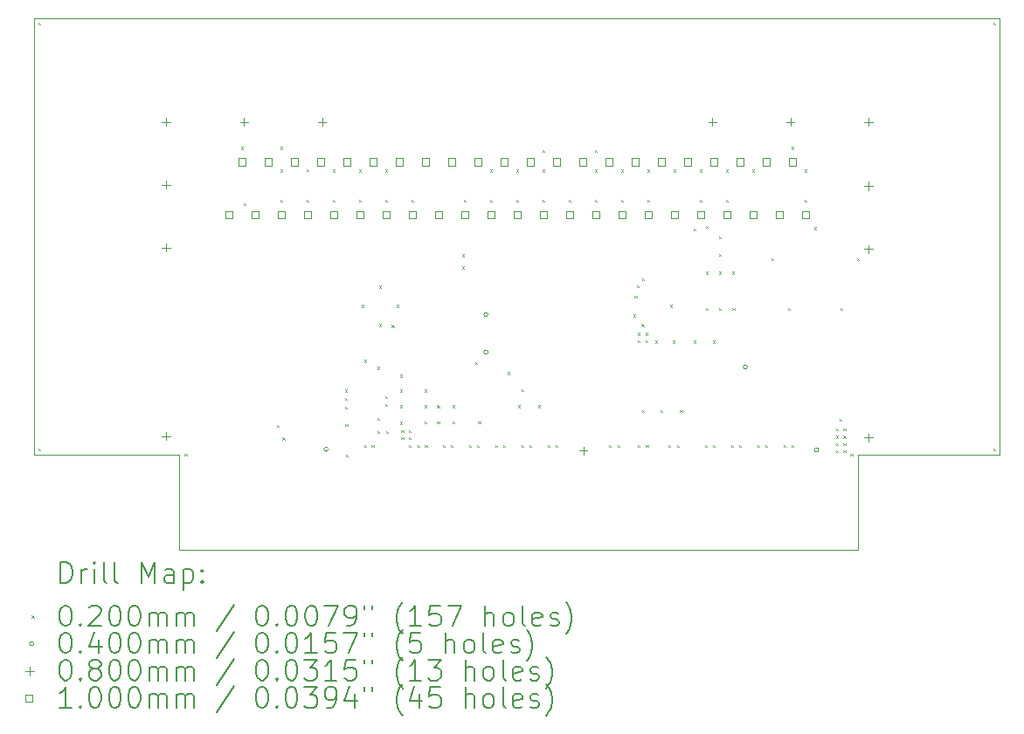
<source format=gbr>
%TF.GenerationSoftware,KiCad,Pcbnew,8.0.2*%
%TF.CreationDate,2024-05-08T12:07:27-04:00*%
%TF.ProjectId,SMS-to-GG,534d532d-746f-42d4-9747-2e6b69636164,4*%
%TF.SameCoordinates,Original*%
%TF.FileFunction,Drillmap*%
%TF.FilePolarity,Positive*%
%FSLAX45Y45*%
G04 Gerber Fmt 4.5, Leading zero omitted, Abs format (unit mm)*
G04 Created by KiCad (PCBNEW 8.0.2) date 2024-05-08 12:07:27*
%MOMM*%
%LPD*%
G01*
G04 APERTURE LIST*
%ADD10C,0.100000*%
%ADD11C,0.200000*%
G04 APERTURE END LIST*
D10*
X11790400Y-12954300D02*
X11790400Y-13881400D01*
X19740600Y-8722000D02*
X10386000Y-8722000D01*
X11790400Y-13881400D02*
X18369000Y-13881400D01*
X19740600Y-12954300D02*
X19740600Y-8722000D01*
X18369000Y-12954300D02*
X19740600Y-12954300D01*
X10386000Y-8722000D02*
X10386000Y-12954300D01*
X18369000Y-13881400D02*
X18369000Y-12954300D01*
X10386000Y-12954300D02*
X11790400Y-12954300D01*
D11*
D10*
X10427000Y-8763000D02*
X10447000Y-8783000D01*
X10447000Y-8763000D02*
X10427000Y-8783000D01*
X10427000Y-12893000D02*
X10447000Y-12913000D01*
X10447000Y-12893000D02*
X10427000Y-12913000D01*
X11843900Y-12944300D02*
X11863900Y-12964300D01*
X11863900Y-12944300D02*
X11843900Y-12964300D01*
X12389000Y-9971000D02*
X12409000Y-9991000D01*
X12409000Y-9971000D02*
X12389000Y-9991000D01*
X12416000Y-10519000D02*
X12436000Y-10539000D01*
X12436000Y-10519000D02*
X12416000Y-10539000D01*
X12736000Y-12666000D02*
X12756000Y-12686000D01*
X12756000Y-12666000D02*
X12736000Y-12686000D01*
X12770000Y-9971000D02*
X12790000Y-9991000D01*
X12790000Y-9971000D02*
X12770000Y-9991000D01*
X12770000Y-10189000D02*
X12790000Y-10209000D01*
X12790000Y-10189000D02*
X12770000Y-10209000D01*
X12770000Y-10482000D02*
X12790000Y-10502000D01*
X12790000Y-10482000D02*
X12770000Y-10502000D01*
X12792000Y-12791000D02*
X12812000Y-12811000D01*
X12812000Y-12791000D02*
X12792000Y-12811000D01*
X13023000Y-10483000D02*
X13043000Y-10503000D01*
X13043000Y-10483000D02*
X13023000Y-10503000D01*
X13025000Y-10188000D02*
X13045000Y-10208000D01*
X13045000Y-10188000D02*
X13025000Y-10208000D01*
X13277000Y-10483000D02*
X13297000Y-10503000D01*
X13297000Y-10483000D02*
X13277000Y-10503000D01*
X13278000Y-10189000D02*
X13298000Y-10209000D01*
X13298000Y-10189000D02*
X13278000Y-10209000D01*
X13399000Y-12324000D02*
X13419000Y-12344000D01*
X13419000Y-12324000D02*
X13399000Y-12344000D01*
X13399000Y-12406000D02*
X13419000Y-12426000D01*
X13419000Y-12406000D02*
X13399000Y-12426000D01*
X13399000Y-12489000D02*
X13419000Y-12509000D01*
X13419000Y-12489000D02*
X13399000Y-12509000D01*
X13401000Y-12660000D02*
X13421000Y-12680000D01*
X13421000Y-12660000D02*
X13401000Y-12680000D01*
X13407000Y-12957000D02*
X13427000Y-12977000D01*
X13427000Y-12957000D02*
X13407000Y-12977000D01*
X13532000Y-10189000D02*
X13552000Y-10209000D01*
X13552000Y-10189000D02*
X13532000Y-10209000D01*
X13532000Y-10483000D02*
X13552000Y-10503000D01*
X13552000Y-10483000D02*
X13532000Y-10503000D01*
X13556000Y-11502000D02*
X13576000Y-11522000D01*
X13576000Y-11502000D02*
X13556000Y-11522000D01*
X13583000Y-12036000D02*
X13603000Y-12056000D01*
X13603000Y-12036000D02*
X13583000Y-12056000D01*
X13585000Y-12862000D02*
X13605000Y-12882000D01*
X13605000Y-12862000D02*
X13585000Y-12882000D01*
X13656000Y-12862000D02*
X13676000Y-12882000D01*
X13676000Y-12862000D02*
X13656000Y-12882000D01*
X13710000Y-12597000D02*
X13730000Y-12617000D01*
X13730000Y-12597000D02*
X13710000Y-12617000D01*
X13710000Y-12725000D02*
X13730000Y-12745000D01*
X13730000Y-12725000D02*
X13710000Y-12745000D01*
X13711000Y-12103000D02*
X13731000Y-12123000D01*
X13731000Y-12103000D02*
X13711000Y-12123000D01*
X13727000Y-11316000D02*
X13747000Y-11336000D01*
X13747000Y-11316000D02*
X13727000Y-11336000D01*
X13727000Y-11688000D02*
X13747000Y-11708000D01*
X13747000Y-11688000D02*
X13727000Y-11708000D01*
X13786000Y-10483000D02*
X13806000Y-10503000D01*
X13806000Y-10483000D02*
X13786000Y-10503000D01*
X13787000Y-10189000D02*
X13807000Y-10209000D01*
X13807000Y-10189000D02*
X13787000Y-10209000D01*
X13787000Y-12385000D02*
X13807000Y-12405000D01*
X13807000Y-12385000D02*
X13787000Y-12405000D01*
X13787000Y-12461000D02*
X13807000Y-12481000D01*
X13807000Y-12461000D02*
X13787000Y-12481000D01*
X13793000Y-12725000D02*
X13813000Y-12745000D01*
X13813000Y-12725000D02*
X13793000Y-12745000D01*
X13850000Y-11696000D02*
X13870000Y-11716000D01*
X13870000Y-11696000D02*
X13850000Y-11716000D01*
X13898000Y-11502000D02*
X13918000Y-11522000D01*
X13918000Y-11502000D02*
X13898000Y-11522000D01*
X13928000Y-12323000D02*
X13948000Y-12343000D01*
X13948000Y-12323000D02*
X13928000Y-12343000D01*
X13928000Y-12477000D02*
X13948000Y-12497000D01*
X13948000Y-12477000D02*
X13928000Y-12497000D01*
X13928000Y-12636000D02*
X13948000Y-12656000D01*
X13948000Y-12636000D02*
X13928000Y-12656000D01*
X13932000Y-12180000D02*
X13952000Y-12200000D01*
X13952000Y-12180000D02*
X13932000Y-12200000D01*
X13943000Y-12717000D02*
X13963000Y-12737000D01*
X13963000Y-12717000D02*
X13943000Y-12737000D01*
X13943000Y-12788000D02*
X13963000Y-12808000D01*
X13963000Y-12788000D02*
X13943000Y-12808000D01*
X14014000Y-12717000D02*
X14034000Y-12737000D01*
X14034000Y-12717000D02*
X14014000Y-12737000D01*
X14014000Y-12788000D02*
X14034000Y-12808000D01*
X14034000Y-12788000D02*
X14014000Y-12808000D01*
X14014000Y-12862000D02*
X14034000Y-12882000D01*
X14034000Y-12862000D02*
X14014000Y-12882000D01*
X14040000Y-10483000D02*
X14060000Y-10503000D01*
X14060000Y-10483000D02*
X14040000Y-10503000D01*
X14102000Y-12862000D02*
X14122000Y-12882000D01*
X14122000Y-12862000D02*
X14102000Y-12882000D01*
X14169000Y-12323000D02*
X14189000Y-12343000D01*
X14189000Y-12323000D02*
X14169000Y-12343000D01*
X14169000Y-12477000D02*
X14189000Y-12497000D01*
X14189000Y-12477000D02*
X14169000Y-12497000D01*
X14169000Y-12635000D02*
X14189000Y-12655000D01*
X14189000Y-12635000D02*
X14169000Y-12655000D01*
X14173000Y-12862000D02*
X14193000Y-12882000D01*
X14193000Y-12862000D02*
X14173000Y-12882000D01*
X14291000Y-12477000D02*
X14311000Y-12497000D01*
X14311000Y-12477000D02*
X14291000Y-12497000D01*
X14291000Y-12635000D02*
X14311000Y-12655000D01*
X14311000Y-12635000D02*
X14291000Y-12655000D01*
X14347000Y-12862000D02*
X14367000Y-12882000D01*
X14367000Y-12862000D02*
X14347000Y-12882000D01*
X14423000Y-12862000D02*
X14443000Y-12882000D01*
X14443000Y-12862000D02*
X14423000Y-12882000D01*
X14438000Y-12477000D02*
X14458000Y-12497000D01*
X14458000Y-12477000D02*
X14438000Y-12497000D01*
X14438000Y-12635000D02*
X14458000Y-12655000D01*
X14458000Y-12635000D02*
X14438000Y-12655000D01*
X14534000Y-11013000D02*
X14554000Y-11033000D01*
X14554000Y-11013000D02*
X14534000Y-11033000D01*
X14534000Y-11131000D02*
X14554000Y-11151000D01*
X14554000Y-11131000D02*
X14534000Y-11151000D01*
X14547000Y-10483000D02*
X14567000Y-10503000D01*
X14567000Y-10483000D02*
X14547000Y-10503000D01*
X14599800Y-12862000D02*
X14619800Y-12882000D01*
X14619800Y-12862000D02*
X14599800Y-12882000D01*
X14660000Y-12055000D02*
X14680000Y-12075000D01*
X14680000Y-12055000D02*
X14660000Y-12075000D01*
X14676000Y-12862000D02*
X14696000Y-12882000D01*
X14696000Y-12862000D02*
X14676000Y-12882000D01*
X14688000Y-12635000D02*
X14708000Y-12655000D01*
X14708000Y-12635000D02*
X14688000Y-12655000D01*
X14802000Y-10189000D02*
X14822000Y-10209000D01*
X14822000Y-10189000D02*
X14802000Y-10209000D01*
X14802000Y-10483000D02*
X14822000Y-10503000D01*
X14822000Y-10483000D02*
X14802000Y-10503000D01*
X14853800Y-12862000D02*
X14873800Y-12882000D01*
X14873800Y-12862000D02*
X14853800Y-12882000D01*
X14930000Y-12862000D02*
X14950000Y-12882000D01*
X14950000Y-12862000D02*
X14930000Y-12882000D01*
X14971000Y-12155000D02*
X14991000Y-12175000D01*
X14991000Y-12155000D02*
X14971000Y-12175000D01*
X15056000Y-10483000D02*
X15076000Y-10503000D01*
X15076000Y-10483000D02*
X15056000Y-10503000D01*
X15057000Y-10189000D02*
X15077000Y-10209000D01*
X15077000Y-10189000D02*
X15057000Y-10209000D01*
X15072000Y-12477000D02*
X15092000Y-12497000D01*
X15092000Y-12477000D02*
X15072000Y-12497000D01*
X15107000Y-12322000D02*
X15127000Y-12342000D01*
X15127000Y-12322000D02*
X15107000Y-12342000D01*
X15107800Y-12862000D02*
X15127800Y-12882000D01*
X15127800Y-12862000D02*
X15107800Y-12882000D01*
X15184000Y-12862000D02*
X15204000Y-12882000D01*
X15204000Y-12862000D02*
X15184000Y-12882000D01*
X15267000Y-12477000D02*
X15287000Y-12497000D01*
X15287000Y-12477000D02*
X15267000Y-12497000D01*
X15310000Y-10483000D02*
X15330000Y-10503000D01*
X15330000Y-10483000D02*
X15310000Y-10503000D01*
X15311000Y-10002000D02*
X15331000Y-10022000D01*
X15331000Y-10002000D02*
X15311000Y-10022000D01*
X15311000Y-10189000D02*
X15331000Y-10209000D01*
X15331000Y-10189000D02*
X15311000Y-10209000D01*
X15361950Y-12862000D02*
X15381950Y-12882000D01*
X15381950Y-12862000D02*
X15361950Y-12882000D01*
X15438000Y-12862000D02*
X15458000Y-12882000D01*
X15458000Y-12862000D02*
X15438000Y-12882000D01*
X15564000Y-10483000D02*
X15584000Y-10503000D01*
X15584000Y-10483000D02*
X15564000Y-10503000D01*
X15818000Y-10483000D02*
X15838000Y-10503000D01*
X15838000Y-10483000D02*
X15818000Y-10503000D01*
X15819000Y-10002000D02*
X15839000Y-10022000D01*
X15839000Y-10002000D02*
X15819000Y-10022000D01*
X15819000Y-10189000D02*
X15839000Y-10209000D01*
X15839000Y-10189000D02*
X15819000Y-10209000D01*
X15956000Y-12862000D02*
X15976000Y-12882000D01*
X15976000Y-12862000D02*
X15956000Y-12882000D01*
X16038000Y-12862000D02*
X16058000Y-12882000D01*
X16058000Y-12862000D02*
X16038000Y-12882000D01*
X16071000Y-10483000D02*
X16091000Y-10503000D01*
X16091000Y-10483000D02*
X16071000Y-10503000D01*
X16073000Y-10189000D02*
X16093000Y-10209000D01*
X16093000Y-10189000D02*
X16073000Y-10209000D01*
X16189000Y-11597000D02*
X16209000Y-11617000D01*
X16209000Y-11597000D02*
X16189000Y-11617000D01*
X16205000Y-11412000D02*
X16225000Y-11432000D01*
X16225000Y-11412000D02*
X16205000Y-11432000D01*
X16223000Y-11310000D02*
X16243000Y-11330000D01*
X16243000Y-11310000D02*
X16223000Y-11330000D01*
X16233000Y-12862000D02*
X16253000Y-12882000D01*
X16253000Y-12862000D02*
X16233000Y-12882000D01*
X16236000Y-11775000D02*
X16256000Y-11795000D01*
X16256000Y-11775000D02*
X16236000Y-11795000D01*
X16236000Y-11845000D02*
X16256000Y-11865000D01*
X16256000Y-11845000D02*
X16236000Y-11865000D01*
X16271000Y-11688000D02*
X16291000Y-11708000D01*
X16291000Y-11688000D02*
X16271000Y-11708000D01*
X16276000Y-11245000D02*
X16296000Y-11265000D01*
X16296000Y-11245000D02*
X16276000Y-11265000D01*
X16277000Y-12524000D02*
X16297000Y-12544000D01*
X16297000Y-12524000D02*
X16277000Y-12544000D01*
X16307000Y-11775000D02*
X16327000Y-11795000D01*
X16327000Y-11775000D02*
X16307000Y-11795000D01*
X16307000Y-11845000D02*
X16327000Y-11865000D01*
X16327000Y-11845000D02*
X16307000Y-11865000D01*
X16315000Y-12862000D02*
X16335000Y-12882000D01*
X16335000Y-12862000D02*
X16315000Y-12882000D01*
X16325000Y-10483000D02*
X16345000Y-10503000D01*
X16345000Y-10483000D02*
X16325000Y-10503000D01*
X16326000Y-10189000D02*
X16346000Y-10209000D01*
X16346000Y-10189000D02*
X16326000Y-10209000D01*
X16403000Y-11850000D02*
X16423000Y-11870000D01*
X16423000Y-11850000D02*
X16403000Y-11870000D01*
X16455000Y-12524000D02*
X16475000Y-12544000D01*
X16475000Y-12524000D02*
X16455000Y-12544000D01*
X16531000Y-12862000D02*
X16551000Y-12882000D01*
X16551000Y-12862000D02*
X16531000Y-12882000D01*
X16548000Y-11502000D02*
X16568000Y-11522000D01*
X16568000Y-11502000D02*
X16548000Y-11522000D01*
X16573000Y-11850000D02*
X16593000Y-11870000D01*
X16593000Y-11850000D02*
X16573000Y-11870000D01*
X16580000Y-10189000D02*
X16600000Y-10209000D01*
X16600000Y-10189000D02*
X16580000Y-10209000D01*
X16616000Y-12862000D02*
X16636000Y-12882000D01*
X16636000Y-12862000D02*
X16616000Y-12882000D01*
X16644000Y-12524000D02*
X16664000Y-12544000D01*
X16664000Y-12524000D02*
X16644000Y-12544000D01*
X16773000Y-11850000D02*
X16793000Y-11870000D01*
X16793000Y-11850000D02*
X16773000Y-11870000D01*
X16776000Y-10764000D02*
X16796000Y-10784000D01*
X16796000Y-10764000D02*
X16776000Y-10784000D01*
X16833000Y-10483000D02*
X16853000Y-10503000D01*
X16853000Y-10483000D02*
X16833000Y-10503000D01*
X16834000Y-10189000D02*
X16854000Y-10209000D01*
X16854000Y-10189000D02*
X16834000Y-10209000D01*
X16885800Y-12862000D02*
X16905800Y-12882000D01*
X16905800Y-12862000D02*
X16885800Y-12882000D01*
X16896000Y-10735000D02*
X16916000Y-10755000D01*
X16916000Y-10735000D02*
X16896000Y-10755000D01*
X16896000Y-11181000D02*
X16916000Y-11201000D01*
X16916000Y-11181000D02*
X16896000Y-11201000D01*
X16896000Y-11533000D02*
X16916000Y-11553000D01*
X16916000Y-11533000D02*
X16896000Y-11553000D01*
X16959000Y-11850000D02*
X16979000Y-11870000D01*
X16979000Y-11850000D02*
X16959000Y-11870000D01*
X16963000Y-12862000D02*
X16983000Y-12882000D01*
X16983000Y-12862000D02*
X16963000Y-12882000D01*
X17023000Y-10839000D02*
X17043000Y-10859000D01*
X17043000Y-10839000D02*
X17023000Y-10859000D01*
X17023000Y-11007000D02*
X17043000Y-11027000D01*
X17043000Y-11007000D02*
X17023000Y-11027000D01*
X17023000Y-11181000D02*
X17043000Y-11201000D01*
X17043000Y-11181000D02*
X17023000Y-11201000D01*
X17023000Y-11533000D02*
X17043000Y-11553000D01*
X17043000Y-11533000D02*
X17023000Y-11553000D01*
X17087000Y-10483000D02*
X17107000Y-10503000D01*
X17107000Y-10483000D02*
X17087000Y-10503000D01*
X17088000Y-10189000D02*
X17108000Y-10209000D01*
X17108000Y-10189000D02*
X17088000Y-10209000D01*
X17139800Y-12862000D02*
X17159800Y-12882000D01*
X17159800Y-12862000D02*
X17139800Y-12882000D01*
X17150000Y-11181000D02*
X17170000Y-11201000D01*
X17170000Y-11181000D02*
X17150000Y-11201000D01*
X17151000Y-11533000D02*
X17171000Y-11553000D01*
X17171000Y-11533000D02*
X17151000Y-11553000D01*
X17217000Y-12862000D02*
X17237000Y-12882000D01*
X17237000Y-12862000D02*
X17217000Y-12882000D01*
X17342000Y-10189000D02*
X17362000Y-10209000D01*
X17362000Y-10189000D02*
X17342000Y-10209000D01*
X17393800Y-12862000D02*
X17413800Y-12882000D01*
X17413800Y-12862000D02*
X17393800Y-12882000D01*
X17470000Y-12862000D02*
X17490000Y-12882000D01*
X17490000Y-12862000D02*
X17470000Y-12882000D01*
X17531000Y-11048000D02*
X17551000Y-11068000D01*
X17551000Y-11048000D02*
X17531000Y-11068000D01*
X17647800Y-12862000D02*
X17667800Y-12882000D01*
X17667800Y-12862000D02*
X17647800Y-12882000D01*
X17690000Y-11533000D02*
X17710000Y-11553000D01*
X17710000Y-11533000D02*
X17690000Y-11553000D01*
X17723000Y-9971000D02*
X17743000Y-9991000D01*
X17743000Y-9971000D02*
X17723000Y-9991000D01*
X17725000Y-12862000D02*
X17745000Y-12882000D01*
X17745000Y-12862000D02*
X17725000Y-12882000D01*
X17850000Y-10189000D02*
X17870000Y-10209000D01*
X17870000Y-10189000D02*
X17850000Y-10209000D01*
X17850000Y-10483000D02*
X17870000Y-10503000D01*
X17870000Y-10483000D02*
X17850000Y-10503000D01*
X17944000Y-10749000D02*
X17964000Y-10769000D01*
X17964000Y-10749000D02*
X17944000Y-10769000D01*
X18155000Y-12703000D02*
X18175000Y-12723000D01*
X18175000Y-12703000D02*
X18155000Y-12723000D01*
X18155000Y-12773000D02*
X18175000Y-12793000D01*
X18175000Y-12773000D02*
X18155000Y-12793000D01*
X18155000Y-12843000D02*
X18175000Y-12863000D01*
X18175000Y-12843000D02*
X18155000Y-12863000D01*
X18155000Y-12913000D02*
X18175000Y-12933000D01*
X18175000Y-12913000D02*
X18155000Y-12933000D01*
X18191000Y-12608000D02*
X18211000Y-12628000D01*
X18211000Y-12608000D02*
X18191000Y-12628000D01*
X18199000Y-11533000D02*
X18219000Y-11553000D01*
X18219000Y-11533000D02*
X18199000Y-11553000D01*
X18226000Y-12703000D02*
X18246000Y-12723000D01*
X18246000Y-12703000D02*
X18226000Y-12723000D01*
X18226000Y-12773000D02*
X18246000Y-12793000D01*
X18246000Y-12773000D02*
X18226000Y-12793000D01*
X18226000Y-12843000D02*
X18246000Y-12863000D01*
X18246000Y-12843000D02*
X18226000Y-12863000D01*
X18226000Y-12913000D02*
X18246000Y-12933000D01*
X18246000Y-12913000D02*
X18226000Y-12933000D01*
X18295500Y-12944300D02*
X18315500Y-12964300D01*
X18315500Y-12944300D02*
X18295500Y-12964300D01*
X18356000Y-11049000D02*
X18376000Y-11069000D01*
X18376000Y-11049000D02*
X18356000Y-11069000D01*
X19680000Y-8762000D02*
X19700000Y-8782000D01*
X19700000Y-8762000D02*
X19680000Y-8782000D01*
X19680000Y-12894000D02*
X19700000Y-12914000D01*
X19700000Y-12894000D02*
X19680000Y-12914000D01*
X13234000Y-12904000D02*
G75*
G02*
X13194000Y-12904000I-20000J0D01*
G01*
X13194000Y-12904000D02*
G75*
G02*
X13234000Y-12904000I20000J0D01*
G01*
X14782000Y-11596000D02*
G75*
G02*
X14742000Y-11596000I-20000J0D01*
G01*
X14742000Y-11596000D02*
G75*
G02*
X14782000Y-11596000I20000J0D01*
G01*
X14783000Y-11961000D02*
G75*
G02*
X14743000Y-11961000I-20000J0D01*
G01*
X14743000Y-11961000D02*
G75*
G02*
X14783000Y-11961000I20000J0D01*
G01*
X17297000Y-12104000D02*
G75*
G02*
X17257000Y-12104000I-20000J0D01*
G01*
X17257000Y-12104000D02*
G75*
G02*
X17297000Y-12104000I20000J0D01*
G01*
X17987000Y-12911000D02*
G75*
G02*
X17947000Y-12911000I-20000J0D01*
G01*
X17947000Y-12911000D02*
G75*
G02*
X17987000Y-12911000I20000J0D01*
G01*
X11662000Y-9687400D02*
X11662000Y-9767400D01*
X11622000Y-9727400D02*
X11702000Y-9727400D01*
X11663400Y-10298100D02*
X11663400Y-10378100D01*
X11623400Y-10338100D02*
X11703400Y-10338100D01*
X11663400Y-10907700D02*
X11663400Y-10987700D01*
X11623400Y-10947700D02*
X11703400Y-10947700D01*
X11663400Y-12736500D02*
X11663400Y-12816500D01*
X11623400Y-12776500D02*
X11703400Y-12776500D01*
X12418355Y-9687400D02*
X12418355Y-9767400D01*
X12378355Y-9727400D02*
X12458355Y-9727400D01*
X13174711Y-9687400D02*
X13174711Y-9767400D01*
X13134711Y-9727400D02*
X13214711Y-9727400D01*
X15707000Y-12877000D02*
X15707000Y-12957000D01*
X15667000Y-12917000D02*
X15747000Y-12917000D01*
X16956489Y-9687400D02*
X16956489Y-9767400D01*
X16916489Y-9727400D02*
X16996489Y-9727400D01*
X17712844Y-9687400D02*
X17712844Y-9767400D01*
X17672844Y-9727400D02*
X17752844Y-9727400D01*
X18469200Y-9687400D02*
X18469200Y-9767400D01*
X18429200Y-9727400D02*
X18509200Y-9727400D01*
X18469200Y-10309700D02*
X18469200Y-10389700D01*
X18429200Y-10349700D02*
X18509200Y-10349700D01*
X18470600Y-10920400D02*
X18470600Y-11000400D01*
X18430600Y-10960400D02*
X18510600Y-10960400D01*
X18470600Y-12749200D02*
X18470600Y-12829200D01*
X18430600Y-12789200D02*
X18510600Y-12789200D01*
X12307356Y-10664356D02*
X12307356Y-10593644D01*
X12236644Y-10593644D01*
X12236644Y-10664356D01*
X12307356Y-10664356D01*
X12434356Y-10152356D02*
X12434356Y-10081644D01*
X12363644Y-10081644D01*
X12363644Y-10152356D01*
X12434356Y-10152356D01*
X12561356Y-10664356D02*
X12561356Y-10593644D01*
X12490644Y-10593644D01*
X12490644Y-10664356D01*
X12561356Y-10664356D01*
X12688356Y-10152356D02*
X12688356Y-10081644D01*
X12617644Y-10081644D01*
X12617644Y-10152356D01*
X12688356Y-10152356D01*
X12815356Y-10664356D02*
X12815356Y-10593644D01*
X12744644Y-10593644D01*
X12744644Y-10664356D01*
X12815356Y-10664356D01*
X12942356Y-10152356D02*
X12942356Y-10081644D01*
X12871644Y-10081644D01*
X12871644Y-10152356D01*
X12942356Y-10152356D01*
X13069356Y-10664356D02*
X13069356Y-10593644D01*
X12998644Y-10593644D01*
X12998644Y-10664356D01*
X13069356Y-10664356D01*
X13196356Y-10152356D02*
X13196356Y-10081644D01*
X13125644Y-10081644D01*
X13125644Y-10152356D01*
X13196356Y-10152356D01*
X13323356Y-10664356D02*
X13323356Y-10593644D01*
X13252644Y-10593644D01*
X13252644Y-10664356D01*
X13323356Y-10664356D01*
X13450356Y-10152356D02*
X13450356Y-10081644D01*
X13379644Y-10081644D01*
X13379644Y-10152356D01*
X13450356Y-10152356D01*
X13577356Y-10664356D02*
X13577356Y-10593644D01*
X13506644Y-10593644D01*
X13506644Y-10664356D01*
X13577356Y-10664356D01*
X13704356Y-10152356D02*
X13704356Y-10081644D01*
X13633644Y-10081644D01*
X13633644Y-10152356D01*
X13704356Y-10152356D01*
X13831356Y-10664356D02*
X13831356Y-10593644D01*
X13760644Y-10593644D01*
X13760644Y-10664356D01*
X13831356Y-10664356D01*
X13958356Y-10152356D02*
X13958356Y-10081644D01*
X13887644Y-10081644D01*
X13887644Y-10152356D01*
X13958356Y-10152356D01*
X14085356Y-10664356D02*
X14085356Y-10593644D01*
X14014644Y-10593644D01*
X14014644Y-10664356D01*
X14085356Y-10664356D01*
X14212356Y-10152356D02*
X14212356Y-10081644D01*
X14141644Y-10081644D01*
X14141644Y-10152356D01*
X14212356Y-10152356D01*
X14339356Y-10664356D02*
X14339356Y-10593644D01*
X14268644Y-10593644D01*
X14268644Y-10664356D01*
X14339356Y-10664356D01*
X14466356Y-10152356D02*
X14466356Y-10081644D01*
X14395644Y-10081644D01*
X14395644Y-10152356D01*
X14466356Y-10152356D01*
X14593356Y-10664356D02*
X14593356Y-10593644D01*
X14522644Y-10593644D01*
X14522644Y-10664356D01*
X14593356Y-10664356D01*
X14720356Y-10152356D02*
X14720356Y-10081644D01*
X14649644Y-10081644D01*
X14649644Y-10152356D01*
X14720356Y-10152356D01*
X14847356Y-10664356D02*
X14847356Y-10593644D01*
X14776644Y-10593644D01*
X14776644Y-10664356D01*
X14847356Y-10664356D01*
X14974356Y-10152356D02*
X14974356Y-10081644D01*
X14903644Y-10081644D01*
X14903644Y-10152356D01*
X14974356Y-10152356D01*
X15101356Y-10664356D02*
X15101356Y-10593644D01*
X15030644Y-10593644D01*
X15030644Y-10664356D01*
X15101356Y-10664356D01*
X15228356Y-10152356D02*
X15228356Y-10081644D01*
X15157644Y-10081644D01*
X15157644Y-10152356D01*
X15228356Y-10152356D01*
X15355356Y-10664356D02*
X15355356Y-10593644D01*
X15284644Y-10593644D01*
X15284644Y-10664356D01*
X15355356Y-10664356D01*
X15482356Y-10152356D02*
X15482356Y-10081644D01*
X15411644Y-10081644D01*
X15411644Y-10152356D01*
X15482356Y-10152356D01*
X15609356Y-10664356D02*
X15609356Y-10593644D01*
X15538644Y-10593644D01*
X15538644Y-10664356D01*
X15609356Y-10664356D01*
X15736356Y-10152356D02*
X15736356Y-10081644D01*
X15665644Y-10081644D01*
X15665644Y-10152356D01*
X15736356Y-10152356D01*
X15863356Y-10664356D02*
X15863356Y-10593644D01*
X15792644Y-10593644D01*
X15792644Y-10664356D01*
X15863356Y-10664356D01*
X15990356Y-10152356D02*
X15990356Y-10081644D01*
X15919644Y-10081644D01*
X15919644Y-10152356D01*
X15990356Y-10152356D01*
X16117356Y-10664356D02*
X16117356Y-10593644D01*
X16046644Y-10593644D01*
X16046644Y-10664356D01*
X16117356Y-10664356D01*
X16244356Y-10152356D02*
X16244356Y-10081644D01*
X16173644Y-10081644D01*
X16173644Y-10152356D01*
X16244356Y-10152356D01*
X16371356Y-10664356D02*
X16371356Y-10593644D01*
X16300644Y-10593644D01*
X16300644Y-10664356D01*
X16371356Y-10664356D01*
X16498356Y-10152356D02*
X16498356Y-10081644D01*
X16427644Y-10081644D01*
X16427644Y-10152356D01*
X16498356Y-10152356D01*
X16625356Y-10664356D02*
X16625356Y-10593644D01*
X16554644Y-10593644D01*
X16554644Y-10664356D01*
X16625356Y-10664356D01*
X16752356Y-10152356D02*
X16752356Y-10081644D01*
X16681644Y-10081644D01*
X16681644Y-10152356D01*
X16752356Y-10152356D01*
X16879356Y-10664356D02*
X16879356Y-10593644D01*
X16808644Y-10593644D01*
X16808644Y-10664356D01*
X16879356Y-10664356D01*
X17006356Y-10152356D02*
X17006356Y-10081644D01*
X16935644Y-10081644D01*
X16935644Y-10152356D01*
X17006356Y-10152356D01*
X17133356Y-10664356D02*
X17133356Y-10593644D01*
X17062644Y-10593644D01*
X17062644Y-10664356D01*
X17133356Y-10664356D01*
X17260356Y-10152356D02*
X17260356Y-10081644D01*
X17189644Y-10081644D01*
X17189644Y-10152356D01*
X17260356Y-10152356D01*
X17387356Y-10664356D02*
X17387356Y-10593644D01*
X17316644Y-10593644D01*
X17316644Y-10664356D01*
X17387356Y-10664356D01*
X17514356Y-10152356D02*
X17514356Y-10081644D01*
X17443644Y-10081644D01*
X17443644Y-10152356D01*
X17514356Y-10152356D01*
X17641356Y-10664356D02*
X17641356Y-10593644D01*
X17570644Y-10593644D01*
X17570644Y-10664356D01*
X17641356Y-10664356D01*
X17768356Y-10152356D02*
X17768356Y-10081644D01*
X17697644Y-10081644D01*
X17697644Y-10152356D01*
X17768356Y-10152356D01*
X17895356Y-10664356D02*
X17895356Y-10593644D01*
X17824644Y-10593644D01*
X17824644Y-10664356D01*
X17895356Y-10664356D01*
D11*
X10641777Y-14197884D02*
X10641777Y-13997884D01*
X10641777Y-13997884D02*
X10689396Y-13997884D01*
X10689396Y-13997884D02*
X10717967Y-14007408D01*
X10717967Y-14007408D02*
X10737015Y-14026455D01*
X10737015Y-14026455D02*
X10746539Y-14045503D01*
X10746539Y-14045503D02*
X10756063Y-14083598D01*
X10756063Y-14083598D02*
X10756063Y-14112169D01*
X10756063Y-14112169D02*
X10746539Y-14150265D01*
X10746539Y-14150265D02*
X10737015Y-14169312D01*
X10737015Y-14169312D02*
X10717967Y-14188360D01*
X10717967Y-14188360D02*
X10689396Y-14197884D01*
X10689396Y-14197884D02*
X10641777Y-14197884D01*
X10841777Y-14197884D02*
X10841777Y-14064550D01*
X10841777Y-14102646D02*
X10851301Y-14083598D01*
X10851301Y-14083598D02*
X10860824Y-14074074D01*
X10860824Y-14074074D02*
X10879872Y-14064550D01*
X10879872Y-14064550D02*
X10898920Y-14064550D01*
X10965586Y-14197884D02*
X10965586Y-14064550D01*
X10965586Y-13997884D02*
X10956063Y-14007408D01*
X10956063Y-14007408D02*
X10965586Y-14016931D01*
X10965586Y-14016931D02*
X10975110Y-14007408D01*
X10975110Y-14007408D02*
X10965586Y-13997884D01*
X10965586Y-13997884D02*
X10965586Y-14016931D01*
X11089396Y-14197884D02*
X11070348Y-14188360D01*
X11070348Y-14188360D02*
X11060824Y-14169312D01*
X11060824Y-14169312D02*
X11060824Y-13997884D01*
X11194158Y-14197884D02*
X11175110Y-14188360D01*
X11175110Y-14188360D02*
X11165586Y-14169312D01*
X11165586Y-14169312D02*
X11165586Y-13997884D01*
X11422729Y-14197884D02*
X11422729Y-13997884D01*
X11422729Y-13997884D02*
X11489396Y-14140741D01*
X11489396Y-14140741D02*
X11556062Y-13997884D01*
X11556062Y-13997884D02*
X11556062Y-14197884D01*
X11737015Y-14197884D02*
X11737015Y-14093122D01*
X11737015Y-14093122D02*
X11727491Y-14074074D01*
X11727491Y-14074074D02*
X11708443Y-14064550D01*
X11708443Y-14064550D02*
X11670348Y-14064550D01*
X11670348Y-14064550D02*
X11651301Y-14074074D01*
X11737015Y-14188360D02*
X11717967Y-14197884D01*
X11717967Y-14197884D02*
X11670348Y-14197884D01*
X11670348Y-14197884D02*
X11651301Y-14188360D01*
X11651301Y-14188360D02*
X11641777Y-14169312D01*
X11641777Y-14169312D02*
X11641777Y-14150265D01*
X11641777Y-14150265D02*
X11651301Y-14131217D01*
X11651301Y-14131217D02*
X11670348Y-14121693D01*
X11670348Y-14121693D02*
X11717967Y-14121693D01*
X11717967Y-14121693D02*
X11737015Y-14112169D01*
X11832253Y-14064550D02*
X11832253Y-14264550D01*
X11832253Y-14074074D02*
X11851301Y-14064550D01*
X11851301Y-14064550D02*
X11889396Y-14064550D01*
X11889396Y-14064550D02*
X11908443Y-14074074D01*
X11908443Y-14074074D02*
X11917967Y-14083598D01*
X11917967Y-14083598D02*
X11927491Y-14102646D01*
X11927491Y-14102646D02*
X11927491Y-14159788D01*
X11927491Y-14159788D02*
X11917967Y-14178836D01*
X11917967Y-14178836D02*
X11908443Y-14188360D01*
X11908443Y-14188360D02*
X11889396Y-14197884D01*
X11889396Y-14197884D02*
X11851301Y-14197884D01*
X11851301Y-14197884D02*
X11832253Y-14188360D01*
X12013205Y-14178836D02*
X12022729Y-14188360D01*
X12022729Y-14188360D02*
X12013205Y-14197884D01*
X12013205Y-14197884D02*
X12003682Y-14188360D01*
X12003682Y-14188360D02*
X12013205Y-14178836D01*
X12013205Y-14178836D02*
X12013205Y-14197884D01*
X12013205Y-14074074D02*
X12022729Y-14083598D01*
X12022729Y-14083598D02*
X12013205Y-14093122D01*
X12013205Y-14093122D02*
X12003682Y-14083598D01*
X12003682Y-14083598D02*
X12013205Y-14074074D01*
X12013205Y-14074074D02*
X12013205Y-14093122D01*
D10*
X10361000Y-14516400D02*
X10381000Y-14536400D01*
X10381000Y-14516400D02*
X10361000Y-14536400D01*
D11*
X10679872Y-14417884D02*
X10698920Y-14417884D01*
X10698920Y-14417884D02*
X10717967Y-14427408D01*
X10717967Y-14427408D02*
X10727491Y-14436931D01*
X10727491Y-14436931D02*
X10737015Y-14455979D01*
X10737015Y-14455979D02*
X10746539Y-14494074D01*
X10746539Y-14494074D02*
X10746539Y-14541693D01*
X10746539Y-14541693D02*
X10737015Y-14579788D01*
X10737015Y-14579788D02*
X10727491Y-14598836D01*
X10727491Y-14598836D02*
X10717967Y-14608360D01*
X10717967Y-14608360D02*
X10698920Y-14617884D01*
X10698920Y-14617884D02*
X10679872Y-14617884D01*
X10679872Y-14617884D02*
X10660824Y-14608360D01*
X10660824Y-14608360D02*
X10651301Y-14598836D01*
X10651301Y-14598836D02*
X10641777Y-14579788D01*
X10641777Y-14579788D02*
X10632253Y-14541693D01*
X10632253Y-14541693D02*
X10632253Y-14494074D01*
X10632253Y-14494074D02*
X10641777Y-14455979D01*
X10641777Y-14455979D02*
X10651301Y-14436931D01*
X10651301Y-14436931D02*
X10660824Y-14427408D01*
X10660824Y-14427408D02*
X10679872Y-14417884D01*
X10832253Y-14598836D02*
X10841777Y-14608360D01*
X10841777Y-14608360D02*
X10832253Y-14617884D01*
X10832253Y-14617884D02*
X10822729Y-14608360D01*
X10822729Y-14608360D02*
X10832253Y-14598836D01*
X10832253Y-14598836D02*
X10832253Y-14617884D01*
X10917967Y-14436931D02*
X10927491Y-14427408D01*
X10927491Y-14427408D02*
X10946539Y-14417884D01*
X10946539Y-14417884D02*
X10994158Y-14417884D01*
X10994158Y-14417884D02*
X11013205Y-14427408D01*
X11013205Y-14427408D02*
X11022729Y-14436931D01*
X11022729Y-14436931D02*
X11032253Y-14455979D01*
X11032253Y-14455979D02*
X11032253Y-14475027D01*
X11032253Y-14475027D02*
X11022729Y-14503598D01*
X11022729Y-14503598D02*
X10908444Y-14617884D01*
X10908444Y-14617884D02*
X11032253Y-14617884D01*
X11156063Y-14417884D02*
X11175110Y-14417884D01*
X11175110Y-14417884D02*
X11194158Y-14427408D01*
X11194158Y-14427408D02*
X11203682Y-14436931D01*
X11203682Y-14436931D02*
X11213205Y-14455979D01*
X11213205Y-14455979D02*
X11222729Y-14494074D01*
X11222729Y-14494074D02*
X11222729Y-14541693D01*
X11222729Y-14541693D02*
X11213205Y-14579788D01*
X11213205Y-14579788D02*
X11203682Y-14598836D01*
X11203682Y-14598836D02*
X11194158Y-14608360D01*
X11194158Y-14608360D02*
X11175110Y-14617884D01*
X11175110Y-14617884D02*
X11156063Y-14617884D01*
X11156063Y-14617884D02*
X11137015Y-14608360D01*
X11137015Y-14608360D02*
X11127491Y-14598836D01*
X11127491Y-14598836D02*
X11117967Y-14579788D01*
X11117967Y-14579788D02*
X11108444Y-14541693D01*
X11108444Y-14541693D02*
X11108444Y-14494074D01*
X11108444Y-14494074D02*
X11117967Y-14455979D01*
X11117967Y-14455979D02*
X11127491Y-14436931D01*
X11127491Y-14436931D02*
X11137015Y-14427408D01*
X11137015Y-14427408D02*
X11156063Y-14417884D01*
X11346539Y-14417884D02*
X11365586Y-14417884D01*
X11365586Y-14417884D02*
X11384634Y-14427408D01*
X11384634Y-14427408D02*
X11394158Y-14436931D01*
X11394158Y-14436931D02*
X11403682Y-14455979D01*
X11403682Y-14455979D02*
X11413205Y-14494074D01*
X11413205Y-14494074D02*
X11413205Y-14541693D01*
X11413205Y-14541693D02*
X11403682Y-14579788D01*
X11403682Y-14579788D02*
X11394158Y-14598836D01*
X11394158Y-14598836D02*
X11384634Y-14608360D01*
X11384634Y-14608360D02*
X11365586Y-14617884D01*
X11365586Y-14617884D02*
X11346539Y-14617884D01*
X11346539Y-14617884D02*
X11327491Y-14608360D01*
X11327491Y-14608360D02*
X11317967Y-14598836D01*
X11317967Y-14598836D02*
X11308443Y-14579788D01*
X11308443Y-14579788D02*
X11298920Y-14541693D01*
X11298920Y-14541693D02*
X11298920Y-14494074D01*
X11298920Y-14494074D02*
X11308443Y-14455979D01*
X11308443Y-14455979D02*
X11317967Y-14436931D01*
X11317967Y-14436931D02*
X11327491Y-14427408D01*
X11327491Y-14427408D02*
X11346539Y-14417884D01*
X11498920Y-14617884D02*
X11498920Y-14484550D01*
X11498920Y-14503598D02*
X11508443Y-14494074D01*
X11508443Y-14494074D02*
X11527491Y-14484550D01*
X11527491Y-14484550D02*
X11556063Y-14484550D01*
X11556063Y-14484550D02*
X11575110Y-14494074D01*
X11575110Y-14494074D02*
X11584634Y-14513122D01*
X11584634Y-14513122D02*
X11584634Y-14617884D01*
X11584634Y-14513122D02*
X11594158Y-14494074D01*
X11594158Y-14494074D02*
X11613205Y-14484550D01*
X11613205Y-14484550D02*
X11641777Y-14484550D01*
X11641777Y-14484550D02*
X11660824Y-14494074D01*
X11660824Y-14494074D02*
X11670348Y-14513122D01*
X11670348Y-14513122D02*
X11670348Y-14617884D01*
X11765586Y-14617884D02*
X11765586Y-14484550D01*
X11765586Y-14503598D02*
X11775110Y-14494074D01*
X11775110Y-14494074D02*
X11794158Y-14484550D01*
X11794158Y-14484550D02*
X11822729Y-14484550D01*
X11822729Y-14484550D02*
X11841777Y-14494074D01*
X11841777Y-14494074D02*
X11851301Y-14513122D01*
X11851301Y-14513122D02*
X11851301Y-14617884D01*
X11851301Y-14513122D02*
X11860824Y-14494074D01*
X11860824Y-14494074D02*
X11879872Y-14484550D01*
X11879872Y-14484550D02*
X11908443Y-14484550D01*
X11908443Y-14484550D02*
X11927491Y-14494074D01*
X11927491Y-14494074D02*
X11937015Y-14513122D01*
X11937015Y-14513122D02*
X11937015Y-14617884D01*
X12327491Y-14408360D02*
X12156063Y-14665503D01*
X12584634Y-14417884D02*
X12603682Y-14417884D01*
X12603682Y-14417884D02*
X12622729Y-14427408D01*
X12622729Y-14427408D02*
X12632253Y-14436931D01*
X12632253Y-14436931D02*
X12641777Y-14455979D01*
X12641777Y-14455979D02*
X12651301Y-14494074D01*
X12651301Y-14494074D02*
X12651301Y-14541693D01*
X12651301Y-14541693D02*
X12641777Y-14579788D01*
X12641777Y-14579788D02*
X12632253Y-14598836D01*
X12632253Y-14598836D02*
X12622729Y-14608360D01*
X12622729Y-14608360D02*
X12603682Y-14617884D01*
X12603682Y-14617884D02*
X12584634Y-14617884D01*
X12584634Y-14617884D02*
X12565586Y-14608360D01*
X12565586Y-14608360D02*
X12556063Y-14598836D01*
X12556063Y-14598836D02*
X12546539Y-14579788D01*
X12546539Y-14579788D02*
X12537015Y-14541693D01*
X12537015Y-14541693D02*
X12537015Y-14494074D01*
X12537015Y-14494074D02*
X12546539Y-14455979D01*
X12546539Y-14455979D02*
X12556063Y-14436931D01*
X12556063Y-14436931D02*
X12565586Y-14427408D01*
X12565586Y-14427408D02*
X12584634Y-14417884D01*
X12737015Y-14598836D02*
X12746539Y-14608360D01*
X12746539Y-14608360D02*
X12737015Y-14617884D01*
X12737015Y-14617884D02*
X12727491Y-14608360D01*
X12727491Y-14608360D02*
X12737015Y-14598836D01*
X12737015Y-14598836D02*
X12737015Y-14617884D01*
X12870348Y-14417884D02*
X12889396Y-14417884D01*
X12889396Y-14417884D02*
X12908444Y-14427408D01*
X12908444Y-14427408D02*
X12917967Y-14436931D01*
X12917967Y-14436931D02*
X12927491Y-14455979D01*
X12927491Y-14455979D02*
X12937015Y-14494074D01*
X12937015Y-14494074D02*
X12937015Y-14541693D01*
X12937015Y-14541693D02*
X12927491Y-14579788D01*
X12927491Y-14579788D02*
X12917967Y-14598836D01*
X12917967Y-14598836D02*
X12908444Y-14608360D01*
X12908444Y-14608360D02*
X12889396Y-14617884D01*
X12889396Y-14617884D02*
X12870348Y-14617884D01*
X12870348Y-14617884D02*
X12851301Y-14608360D01*
X12851301Y-14608360D02*
X12841777Y-14598836D01*
X12841777Y-14598836D02*
X12832253Y-14579788D01*
X12832253Y-14579788D02*
X12822729Y-14541693D01*
X12822729Y-14541693D02*
X12822729Y-14494074D01*
X12822729Y-14494074D02*
X12832253Y-14455979D01*
X12832253Y-14455979D02*
X12841777Y-14436931D01*
X12841777Y-14436931D02*
X12851301Y-14427408D01*
X12851301Y-14427408D02*
X12870348Y-14417884D01*
X13060825Y-14417884D02*
X13079872Y-14417884D01*
X13079872Y-14417884D02*
X13098920Y-14427408D01*
X13098920Y-14427408D02*
X13108444Y-14436931D01*
X13108444Y-14436931D02*
X13117967Y-14455979D01*
X13117967Y-14455979D02*
X13127491Y-14494074D01*
X13127491Y-14494074D02*
X13127491Y-14541693D01*
X13127491Y-14541693D02*
X13117967Y-14579788D01*
X13117967Y-14579788D02*
X13108444Y-14598836D01*
X13108444Y-14598836D02*
X13098920Y-14608360D01*
X13098920Y-14608360D02*
X13079872Y-14617884D01*
X13079872Y-14617884D02*
X13060825Y-14617884D01*
X13060825Y-14617884D02*
X13041777Y-14608360D01*
X13041777Y-14608360D02*
X13032253Y-14598836D01*
X13032253Y-14598836D02*
X13022729Y-14579788D01*
X13022729Y-14579788D02*
X13013206Y-14541693D01*
X13013206Y-14541693D02*
X13013206Y-14494074D01*
X13013206Y-14494074D02*
X13022729Y-14455979D01*
X13022729Y-14455979D02*
X13032253Y-14436931D01*
X13032253Y-14436931D02*
X13041777Y-14427408D01*
X13041777Y-14427408D02*
X13060825Y-14417884D01*
X13194158Y-14417884D02*
X13327491Y-14417884D01*
X13327491Y-14417884D02*
X13241777Y-14617884D01*
X13413206Y-14617884D02*
X13451301Y-14617884D01*
X13451301Y-14617884D02*
X13470348Y-14608360D01*
X13470348Y-14608360D02*
X13479872Y-14598836D01*
X13479872Y-14598836D02*
X13498920Y-14570265D01*
X13498920Y-14570265D02*
X13508444Y-14532169D01*
X13508444Y-14532169D02*
X13508444Y-14455979D01*
X13508444Y-14455979D02*
X13498920Y-14436931D01*
X13498920Y-14436931D02*
X13489396Y-14427408D01*
X13489396Y-14427408D02*
X13470348Y-14417884D01*
X13470348Y-14417884D02*
X13432253Y-14417884D01*
X13432253Y-14417884D02*
X13413206Y-14427408D01*
X13413206Y-14427408D02*
X13403682Y-14436931D01*
X13403682Y-14436931D02*
X13394158Y-14455979D01*
X13394158Y-14455979D02*
X13394158Y-14503598D01*
X13394158Y-14503598D02*
X13403682Y-14522646D01*
X13403682Y-14522646D02*
X13413206Y-14532169D01*
X13413206Y-14532169D02*
X13432253Y-14541693D01*
X13432253Y-14541693D02*
X13470348Y-14541693D01*
X13470348Y-14541693D02*
X13489396Y-14532169D01*
X13489396Y-14532169D02*
X13498920Y-14522646D01*
X13498920Y-14522646D02*
X13508444Y-14503598D01*
X13584634Y-14417884D02*
X13584634Y-14455979D01*
X13660825Y-14417884D02*
X13660825Y-14455979D01*
X13956063Y-14694074D02*
X13946539Y-14684550D01*
X13946539Y-14684550D02*
X13927491Y-14655979D01*
X13927491Y-14655979D02*
X13917968Y-14636931D01*
X13917968Y-14636931D02*
X13908444Y-14608360D01*
X13908444Y-14608360D02*
X13898920Y-14560741D01*
X13898920Y-14560741D02*
X13898920Y-14522646D01*
X13898920Y-14522646D02*
X13908444Y-14475027D01*
X13908444Y-14475027D02*
X13917968Y-14446455D01*
X13917968Y-14446455D02*
X13927491Y-14427408D01*
X13927491Y-14427408D02*
X13946539Y-14398836D01*
X13946539Y-14398836D02*
X13956063Y-14389312D01*
X14137015Y-14617884D02*
X14022729Y-14617884D01*
X14079872Y-14617884D02*
X14079872Y-14417884D01*
X14079872Y-14417884D02*
X14060825Y-14446455D01*
X14060825Y-14446455D02*
X14041777Y-14465503D01*
X14041777Y-14465503D02*
X14022729Y-14475027D01*
X14317968Y-14417884D02*
X14222729Y-14417884D01*
X14222729Y-14417884D02*
X14213206Y-14513122D01*
X14213206Y-14513122D02*
X14222729Y-14503598D01*
X14222729Y-14503598D02*
X14241777Y-14494074D01*
X14241777Y-14494074D02*
X14289396Y-14494074D01*
X14289396Y-14494074D02*
X14308444Y-14503598D01*
X14308444Y-14503598D02*
X14317968Y-14513122D01*
X14317968Y-14513122D02*
X14327491Y-14532169D01*
X14327491Y-14532169D02*
X14327491Y-14579788D01*
X14327491Y-14579788D02*
X14317968Y-14598836D01*
X14317968Y-14598836D02*
X14308444Y-14608360D01*
X14308444Y-14608360D02*
X14289396Y-14617884D01*
X14289396Y-14617884D02*
X14241777Y-14617884D01*
X14241777Y-14617884D02*
X14222729Y-14608360D01*
X14222729Y-14608360D02*
X14213206Y-14598836D01*
X14394158Y-14417884D02*
X14527491Y-14417884D01*
X14527491Y-14417884D02*
X14441777Y-14617884D01*
X14756063Y-14617884D02*
X14756063Y-14417884D01*
X14841777Y-14617884D02*
X14841777Y-14513122D01*
X14841777Y-14513122D02*
X14832253Y-14494074D01*
X14832253Y-14494074D02*
X14813206Y-14484550D01*
X14813206Y-14484550D02*
X14784634Y-14484550D01*
X14784634Y-14484550D02*
X14765587Y-14494074D01*
X14765587Y-14494074D02*
X14756063Y-14503598D01*
X14965587Y-14617884D02*
X14946539Y-14608360D01*
X14946539Y-14608360D02*
X14937015Y-14598836D01*
X14937015Y-14598836D02*
X14927491Y-14579788D01*
X14927491Y-14579788D02*
X14927491Y-14522646D01*
X14927491Y-14522646D02*
X14937015Y-14503598D01*
X14937015Y-14503598D02*
X14946539Y-14494074D01*
X14946539Y-14494074D02*
X14965587Y-14484550D01*
X14965587Y-14484550D02*
X14994158Y-14484550D01*
X14994158Y-14484550D02*
X15013206Y-14494074D01*
X15013206Y-14494074D02*
X15022730Y-14503598D01*
X15022730Y-14503598D02*
X15032253Y-14522646D01*
X15032253Y-14522646D02*
X15032253Y-14579788D01*
X15032253Y-14579788D02*
X15022730Y-14598836D01*
X15022730Y-14598836D02*
X15013206Y-14608360D01*
X15013206Y-14608360D02*
X14994158Y-14617884D01*
X14994158Y-14617884D02*
X14965587Y-14617884D01*
X15146539Y-14617884D02*
X15127491Y-14608360D01*
X15127491Y-14608360D02*
X15117968Y-14589312D01*
X15117968Y-14589312D02*
X15117968Y-14417884D01*
X15298920Y-14608360D02*
X15279872Y-14617884D01*
X15279872Y-14617884D02*
X15241777Y-14617884D01*
X15241777Y-14617884D02*
X15222730Y-14608360D01*
X15222730Y-14608360D02*
X15213206Y-14589312D01*
X15213206Y-14589312D02*
X15213206Y-14513122D01*
X15213206Y-14513122D02*
X15222730Y-14494074D01*
X15222730Y-14494074D02*
X15241777Y-14484550D01*
X15241777Y-14484550D02*
X15279872Y-14484550D01*
X15279872Y-14484550D02*
X15298920Y-14494074D01*
X15298920Y-14494074D02*
X15308444Y-14513122D01*
X15308444Y-14513122D02*
X15308444Y-14532169D01*
X15308444Y-14532169D02*
X15213206Y-14551217D01*
X15384634Y-14608360D02*
X15403682Y-14617884D01*
X15403682Y-14617884D02*
X15441777Y-14617884D01*
X15441777Y-14617884D02*
X15460825Y-14608360D01*
X15460825Y-14608360D02*
X15470349Y-14589312D01*
X15470349Y-14589312D02*
X15470349Y-14579788D01*
X15470349Y-14579788D02*
X15460825Y-14560741D01*
X15460825Y-14560741D02*
X15441777Y-14551217D01*
X15441777Y-14551217D02*
X15413206Y-14551217D01*
X15413206Y-14551217D02*
X15394158Y-14541693D01*
X15394158Y-14541693D02*
X15384634Y-14522646D01*
X15384634Y-14522646D02*
X15384634Y-14513122D01*
X15384634Y-14513122D02*
X15394158Y-14494074D01*
X15394158Y-14494074D02*
X15413206Y-14484550D01*
X15413206Y-14484550D02*
X15441777Y-14484550D01*
X15441777Y-14484550D02*
X15460825Y-14494074D01*
X15537015Y-14694074D02*
X15546539Y-14684550D01*
X15546539Y-14684550D02*
X15565587Y-14655979D01*
X15565587Y-14655979D02*
X15575111Y-14636931D01*
X15575111Y-14636931D02*
X15584634Y-14608360D01*
X15584634Y-14608360D02*
X15594158Y-14560741D01*
X15594158Y-14560741D02*
X15594158Y-14522646D01*
X15594158Y-14522646D02*
X15584634Y-14475027D01*
X15584634Y-14475027D02*
X15575111Y-14446455D01*
X15575111Y-14446455D02*
X15565587Y-14427408D01*
X15565587Y-14427408D02*
X15546539Y-14398836D01*
X15546539Y-14398836D02*
X15537015Y-14389312D01*
D10*
X10381000Y-14790400D02*
G75*
G02*
X10341000Y-14790400I-20000J0D01*
G01*
X10341000Y-14790400D02*
G75*
G02*
X10381000Y-14790400I20000J0D01*
G01*
D11*
X10679872Y-14681884D02*
X10698920Y-14681884D01*
X10698920Y-14681884D02*
X10717967Y-14691408D01*
X10717967Y-14691408D02*
X10727491Y-14700931D01*
X10727491Y-14700931D02*
X10737015Y-14719979D01*
X10737015Y-14719979D02*
X10746539Y-14758074D01*
X10746539Y-14758074D02*
X10746539Y-14805693D01*
X10746539Y-14805693D02*
X10737015Y-14843788D01*
X10737015Y-14843788D02*
X10727491Y-14862836D01*
X10727491Y-14862836D02*
X10717967Y-14872360D01*
X10717967Y-14872360D02*
X10698920Y-14881884D01*
X10698920Y-14881884D02*
X10679872Y-14881884D01*
X10679872Y-14881884D02*
X10660824Y-14872360D01*
X10660824Y-14872360D02*
X10651301Y-14862836D01*
X10651301Y-14862836D02*
X10641777Y-14843788D01*
X10641777Y-14843788D02*
X10632253Y-14805693D01*
X10632253Y-14805693D02*
X10632253Y-14758074D01*
X10632253Y-14758074D02*
X10641777Y-14719979D01*
X10641777Y-14719979D02*
X10651301Y-14700931D01*
X10651301Y-14700931D02*
X10660824Y-14691408D01*
X10660824Y-14691408D02*
X10679872Y-14681884D01*
X10832253Y-14862836D02*
X10841777Y-14872360D01*
X10841777Y-14872360D02*
X10832253Y-14881884D01*
X10832253Y-14881884D02*
X10822729Y-14872360D01*
X10822729Y-14872360D02*
X10832253Y-14862836D01*
X10832253Y-14862836D02*
X10832253Y-14881884D01*
X11013205Y-14748550D02*
X11013205Y-14881884D01*
X10965586Y-14672360D02*
X10917967Y-14815217D01*
X10917967Y-14815217D02*
X11041777Y-14815217D01*
X11156063Y-14681884D02*
X11175110Y-14681884D01*
X11175110Y-14681884D02*
X11194158Y-14691408D01*
X11194158Y-14691408D02*
X11203682Y-14700931D01*
X11203682Y-14700931D02*
X11213205Y-14719979D01*
X11213205Y-14719979D02*
X11222729Y-14758074D01*
X11222729Y-14758074D02*
X11222729Y-14805693D01*
X11222729Y-14805693D02*
X11213205Y-14843788D01*
X11213205Y-14843788D02*
X11203682Y-14862836D01*
X11203682Y-14862836D02*
X11194158Y-14872360D01*
X11194158Y-14872360D02*
X11175110Y-14881884D01*
X11175110Y-14881884D02*
X11156063Y-14881884D01*
X11156063Y-14881884D02*
X11137015Y-14872360D01*
X11137015Y-14872360D02*
X11127491Y-14862836D01*
X11127491Y-14862836D02*
X11117967Y-14843788D01*
X11117967Y-14843788D02*
X11108444Y-14805693D01*
X11108444Y-14805693D02*
X11108444Y-14758074D01*
X11108444Y-14758074D02*
X11117967Y-14719979D01*
X11117967Y-14719979D02*
X11127491Y-14700931D01*
X11127491Y-14700931D02*
X11137015Y-14691408D01*
X11137015Y-14691408D02*
X11156063Y-14681884D01*
X11346539Y-14681884D02*
X11365586Y-14681884D01*
X11365586Y-14681884D02*
X11384634Y-14691408D01*
X11384634Y-14691408D02*
X11394158Y-14700931D01*
X11394158Y-14700931D02*
X11403682Y-14719979D01*
X11403682Y-14719979D02*
X11413205Y-14758074D01*
X11413205Y-14758074D02*
X11413205Y-14805693D01*
X11413205Y-14805693D02*
X11403682Y-14843788D01*
X11403682Y-14843788D02*
X11394158Y-14862836D01*
X11394158Y-14862836D02*
X11384634Y-14872360D01*
X11384634Y-14872360D02*
X11365586Y-14881884D01*
X11365586Y-14881884D02*
X11346539Y-14881884D01*
X11346539Y-14881884D02*
X11327491Y-14872360D01*
X11327491Y-14872360D02*
X11317967Y-14862836D01*
X11317967Y-14862836D02*
X11308443Y-14843788D01*
X11308443Y-14843788D02*
X11298920Y-14805693D01*
X11298920Y-14805693D02*
X11298920Y-14758074D01*
X11298920Y-14758074D02*
X11308443Y-14719979D01*
X11308443Y-14719979D02*
X11317967Y-14700931D01*
X11317967Y-14700931D02*
X11327491Y-14691408D01*
X11327491Y-14691408D02*
X11346539Y-14681884D01*
X11498920Y-14881884D02*
X11498920Y-14748550D01*
X11498920Y-14767598D02*
X11508443Y-14758074D01*
X11508443Y-14758074D02*
X11527491Y-14748550D01*
X11527491Y-14748550D02*
X11556063Y-14748550D01*
X11556063Y-14748550D02*
X11575110Y-14758074D01*
X11575110Y-14758074D02*
X11584634Y-14777122D01*
X11584634Y-14777122D02*
X11584634Y-14881884D01*
X11584634Y-14777122D02*
X11594158Y-14758074D01*
X11594158Y-14758074D02*
X11613205Y-14748550D01*
X11613205Y-14748550D02*
X11641777Y-14748550D01*
X11641777Y-14748550D02*
X11660824Y-14758074D01*
X11660824Y-14758074D02*
X11670348Y-14777122D01*
X11670348Y-14777122D02*
X11670348Y-14881884D01*
X11765586Y-14881884D02*
X11765586Y-14748550D01*
X11765586Y-14767598D02*
X11775110Y-14758074D01*
X11775110Y-14758074D02*
X11794158Y-14748550D01*
X11794158Y-14748550D02*
X11822729Y-14748550D01*
X11822729Y-14748550D02*
X11841777Y-14758074D01*
X11841777Y-14758074D02*
X11851301Y-14777122D01*
X11851301Y-14777122D02*
X11851301Y-14881884D01*
X11851301Y-14777122D02*
X11860824Y-14758074D01*
X11860824Y-14758074D02*
X11879872Y-14748550D01*
X11879872Y-14748550D02*
X11908443Y-14748550D01*
X11908443Y-14748550D02*
X11927491Y-14758074D01*
X11927491Y-14758074D02*
X11937015Y-14777122D01*
X11937015Y-14777122D02*
X11937015Y-14881884D01*
X12327491Y-14672360D02*
X12156063Y-14929503D01*
X12584634Y-14681884D02*
X12603682Y-14681884D01*
X12603682Y-14681884D02*
X12622729Y-14691408D01*
X12622729Y-14691408D02*
X12632253Y-14700931D01*
X12632253Y-14700931D02*
X12641777Y-14719979D01*
X12641777Y-14719979D02*
X12651301Y-14758074D01*
X12651301Y-14758074D02*
X12651301Y-14805693D01*
X12651301Y-14805693D02*
X12641777Y-14843788D01*
X12641777Y-14843788D02*
X12632253Y-14862836D01*
X12632253Y-14862836D02*
X12622729Y-14872360D01*
X12622729Y-14872360D02*
X12603682Y-14881884D01*
X12603682Y-14881884D02*
X12584634Y-14881884D01*
X12584634Y-14881884D02*
X12565586Y-14872360D01*
X12565586Y-14872360D02*
X12556063Y-14862836D01*
X12556063Y-14862836D02*
X12546539Y-14843788D01*
X12546539Y-14843788D02*
X12537015Y-14805693D01*
X12537015Y-14805693D02*
X12537015Y-14758074D01*
X12537015Y-14758074D02*
X12546539Y-14719979D01*
X12546539Y-14719979D02*
X12556063Y-14700931D01*
X12556063Y-14700931D02*
X12565586Y-14691408D01*
X12565586Y-14691408D02*
X12584634Y-14681884D01*
X12737015Y-14862836D02*
X12746539Y-14872360D01*
X12746539Y-14872360D02*
X12737015Y-14881884D01*
X12737015Y-14881884D02*
X12727491Y-14872360D01*
X12727491Y-14872360D02*
X12737015Y-14862836D01*
X12737015Y-14862836D02*
X12737015Y-14881884D01*
X12870348Y-14681884D02*
X12889396Y-14681884D01*
X12889396Y-14681884D02*
X12908444Y-14691408D01*
X12908444Y-14691408D02*
X12917967Y-14700931D01*
X12917967Y-14700931D02*
X12927491Y-14719979D01*
X12927491Y-14719979D02*
X12937015Y-14758074D01*
X12937015Y-14758074D02*
X12937015Y-14805693D01*
X12937015Y-14805693D02*
X12927491Y-14843788D01*
X12927491Y-14843788D02*
X12917967Y-14862836D01*
X12917967Y-14862836D02*
X12908444Y-14872360D01*
X12908444Y-14872360D02*
X12889396Y-14881884D01*
X12889396Y-14881884D02*
X12870348Y-14881884D01*
X12870348Y-14881884D02*
X12851301Y-14872360D01*
X12851301Y-14872360D02*
X12841777Y-14862836D01*
X12841777Y-14862836D02*
X12832253Y-14843788D01*
X12832253Y-14843788D02*
X12822729Y-14805693D01*
X12822729Y-14805693D02*
X12822729Y-14758074D01*
X12822729Y-14758074D02*
X12832253Y-14719979D01*
X12832253Y-14719979D02*
X12841777Y-14700931D01*
X12841777Y-14700931D02*
X12851301Y-14691408D01*
X12851301Y-14691408D02*
X12870348Y-14681884D01*
X13127491Y-14881884D02*
X13013206Y-14881884D01*
X13070348Y-14881884D02*
X13070348Y-14681884D01*
X13070348Y-14681884D02*
X13051301Y-14710455D01*
X13051301Y-14710455D02*
X13032253Y-14729503D01*
X13032253Y-14729503D02*
X13013206Y-14739027D01*
X13308444Y-14681884D02*
X13213206Y-14681884D01*
X13213206Y-14681884D02*
X13203682Y-14777122D01*
X13203682Y-14777122D02*
X13213206Y-14767598D01*
X13213206Y-14767598D02*
X13232253Y-14758074D01*
X13232253Y-14758074D02*
X13279872Y-14758074D01*
X13279872Y-14758074D02*
X13298920Y-14767598D01*
X13298920Y-14767598D02*
X13308444Y-14777122D01*
X13308444Y-14777122D02*
X13317967Y-14796169D01*
X13317967Y-14796169D02*
X13317967Y-14843788D01*
X13317967Y-14843788D02*
X13308444Y-14862836D01*
X13308444Y-14862836D02*
X13298920Y-14872360D01*
X13298920Y-14872360D02*
X13279872Y-14881884D01*
X13279872Y-14881884D02*
X13232253Y-14881884D01*
X13232253Y-14881884D02*
X13213206Y-14872360D01*
X13213206Y-14872360D02*
X13203682Y-14862836D01*
X13384634Y-14681884D02*
X13517967Y-14681884D01*
X13517967Y-14681884D02*
X13432253Y-14881884D01*
X13584634Y-14681884D02*
X13584634Y-14719979D01*
X13660825Y-14681884D02*
X13660825Y-14719979D01*
X13956063Y-14958074D02*
X13946539Y-14948550D01*
X13946539Y-14948550D02*
X13927491Y-14919979D01*
X13927491Y-14919979D02*
X13917968Y-14900931D01*
X13917968Y-14900931D02*
X13908444Y-14872360D01*
X13908444Y-14872360D02*
X13898920Y-14824741D01*
X13898920Y-14824741D02*
X13898920Y-14786646D01*
X13898920Y-14786646D02*
X13908444Y-14739027D01*
X13908444Y-14739027D02*
X13917968Y-14710455D01*
X13917968Y-14710455D02*
X13927491Y-14691408D01*
X13927491Y-14691408D02*
X13946539Y-14662836D01*
X13946539Y-14662836D02*
X13956063Y-14653312D01*
X14127491Y-14681884D02*
X14032253Y-14681884D01*
X14032253Y-14681884D02*
X14022729Y-14777122D01*
X14022729Y-14777122D02*
X14032253Y-14767598D01*
X14032253Y-14767598D02*
X14051301Y-14758074D01*
X14051301Y-14758074D02*
X14098920Y-14758074D01*
X14098920Y-14758074D02*
X14117968Y-14767598D01*
X14117968Y-14767598D02*
X14127491Y-14777122D01*
X14127491Y-14777122D02*
X14137015Y-14796169D01*
X14137015Y-14796169D02*
X14137015Y-14843788D01*
X14137015Y-14843788D02*
X14127491Y-14862836D01*
X14127491Y-14862836D02*
X14117968Y-14872360D01*
X14117968Y-14872360D02*
X14098920Y-14881884D01*
X14098920Y-14881884D02*
X14051301Y-14881884D01*
X14051301Y-14881884D02*
X14032253Y-14872360D01*
X14032253Y-14872360D02*
X14022729Y-14862836D01*
X14375110Y-14881884D02*
X14375110Y-14681884D01*
X14460825Y-14881884D02*
X14460825Y-14777122D01*
X14460825Y-14777122D02*
X14451301Y-14758074D01*
X14451301Y-14758074D02*
X14432253Y-14748550D01*
X14432253Y-14748550D02*
X14403682Y-14748550D01*
X14403682Y-14748550D02*
X14384634Y-14758074D01*
X14384634Y-14758074D02*
X14375110Y-14767598D01*
X14584634Y-14881884D02*
X14565587Y-14872360D01*
X14565587Y-14872360D02*
X14556063Y-14862836D01*
X14556063Y-14862836D02*
X14546539Y-14843788D01*
X14546539Y-14843788D02*
X14546539Y-14786646D01*
X14546539Y-14786646D02*
X14556063Y-14767598D01*
X14556063Y-14767598D02*
X14565587Y-14758074D01*
X14565587Y-14758074D02*
X14584634Y-14748550D01*
X14584634Y-14748550D02*
X14613206Y-14748550D01*
X14613206Y-14748550D02*
X14632253Y-14758074D01*
X14632253Y-14758074D02*
X14641777Y-14767598D01*
X14641777Y-14767598D02*
X14651301Y-14786646D01*
X14651301Y-14786646D02*
X14651301Y-14843788D01*
X14651301Y-14843788D02*
X14641777Y-14862836D01*
X14641777Y-14862836D02*
X14632253Y-14872360D01*
X14632253Y-14872360D02*
X14613206Y-14881884D01*
X14613206Y-14881884D02*
X14584634Y-14881884D01*
X14765587Y-14881884D02*
X14746539Y-14872360D01*
X14746539Y-14872360D02*
X14737015Y-14853312D01*
X14737015Y-14853312D02*
X14737015Y-14681884D01*
X14917968Y-14872360D02*
X14898920Y-14881884D01*
X14898920Y-14881884D02*
X14860825Y-14881884D01*
X14860825Y-14881884D02*
X14841777Y-14872360D01*
X14841777Y-14872360D02*
X14832253Y-14853312D01*
X14832253Y-14853312D02*
X14832253Y-14777122D01*
X14832253Y-14777122D02*
X14841777Y-14758074D01*
X14841777Y-14758074D02*
X14860825Y-14748550D01*
X14860825Y-14748550D02*
X14898920Y-14748550D01*
X14898920Y-14748550D02*
X14917968Y-14758074D01*
X14917968Y-14758074D02*
X14927491Y-14777122D01*
X14927491Y-14777122D02*
X14927491Y-14796169D01*
X14927491Y-14796169D02*
X14832253Y-14815217D01*
X15003682Y-14872360D02*
X15022730Y-14881884D01*
X15022730Y-14881884D02*
X15060825Y-14881884D01*
X15060825Y-14881884D02*
X15079872Y-14872360D01*
X15079872Y-14872360D02*
X15089396Y-14853312D01*
X15089396Y-14853312D02*
X15089396Y-14843788D01*
X15089396Y-14843788D02*
X15079872Y-14824741D01*
X15079872Y-14824741D02*
X15060825Y-14815217D01*
X15060825Y-14815217D02*
X15032253Y-14815217D01*
X15032253Y-14815217D02*
X15013206Y-14805693D01*
X15013206Y-14805693D02*
X15003682Y-14786646D01*
X15003682Y-14786646D02*
X15003682Y-14777122D01*
X15003682Y-14777122D02*
X15013206Y-14758074D01*
X15013206Y-14758074D02*
X15032253Y-14748550D01*
X15032253Y-14748550D02*
X15060825Y-14748550D01*
X15060825Y-14748550D02*
X15079872Y-14758074D01*
X15156063Y-14958074D02*
X15165587Y-14948550D01*
X15165587Y-14948550D02*
X15184634Y-14919979D01*
X15184634Y-14919979D02*
X15194158Y-14900931D01*
X15194158Y-14900931D02*
X15203682Y-14872360D01*
X15203682Y-14872360D02*
X15213206Y-14824741D01*
X15213206Y-14824741D02*
X15213206Y-14786646D01*
X15213206Y-14786646D02*
X15203682Y-14739027D01*
X15203682Y-14739027D02*
X15194158Y-14710455D01*
X15194158Y-14710455D02*
X15184634Y-14691408D01*
X15184634Y-14691408D02*
X15165587Y-14662836D01*
X15165587Y-14662836D02*
X15156063Y-14653312D01*
D10*
X10341000Y-15014400D02*
X10341000Y-15094400D01*
X10301000Y-15054400D02*
X10381000Y-15054400D01*
D11*
X10679872Y-14945884D02*
X10698920Y-14945884D01*
X10698920Y-14945884D02*
X10717967Y-14955408D01*
X10717967Y-14955408D02*
X10727491Y-14964931D01*
X10727491Y-14964931D02*
X10737015Y-14983979D01*
X10737015Y-14983979D02*
X10746539Y-15022074D01*
X10746539Y-15022074D02*
X10746539Y-15069693D01*
X10746539Y-15069693D02*
X10737015Y-15107788D01*
X10737015Y-15107788D02*
X10727491Y-15126836D01*
X10727491Y-15126836D02*
X10717967Y-15136360D01*
X10717967Y-15136360D02*
X10698920Y-15145884D01*
X10698920Y-15145884D02*
X10679872Y-15145884D01*
X10679872Y-15145884D02*
X10660824Y-15136360D01*
X10660824Y-15136360D02*
X10651301Y-15126836D01*
X10651301Y-15126836D02*
X10641777Y-15107788D01*
X10641777Y-15107788D02*
X10632253Y-15069693D01*
X10632253Y-15069693D02*
X10632253Y-15022074D01*
X10632253Y-15022074D02*
X10641777Y-14983979D01*
X10641777Y-14983979D02*
X10651301Y-14964931D01*
X10651301Y-14964931D02*
X10660824Y-14955408D01*
X10660824Y-14955408D02*
X10679872Y-14945884D01*
X10832253Y-15126836D02*
X10841777Y-15136360D01*
X10841777Y-15136360D02*
X10832253Y-15145884D01*
X10832253Y-15145884D02*
X10822729Y-15136360D01*
X10822729Y-15136360D02*
X10832253Y-15126836D01*
X10832253Y-15126836D02*
X10832253Y-15145884D01*
X10956063Y-15031598D02*
X10937015Y-15022074D01*
X10937015Y-15022074D02*
X10927491Y-15012550D01*
X10927491Y-15012550D02*
X10917967Y-14993503D01*
X10917967Y-14993503D02*
X10917967Y-14983979D01*
X10917967Y-14983979D02*
X10927491Y-14964931D01*
X10927491Y-14964931D02*
X10937015Y-14955408D01*
X10937015Y-14955408D02*
X10956063Y-14945884D01*
X10956063Y-14945884D02*
X10994158Y-14945884D01*
X10994158Y-14945884D02*
X11013205Y-14955408D01*
X11013205Y-14955408D02*
X11022729Y-14964931D01*
X11022729Y-14964931D02*
X11032253Y-14983979D01*
X11032253Y-14983979D02*
X11032253Y-14993503D01*
X11032253Y-14993503D02*
X11022729Y-15012550D01*
X11022729Y-15012550D02*
X11013205Y-15022074D01*
X11013205Y-15022074D02*
X10994158Y-15031598D01*
X10994158Y-15031598D02*
X10956063Y-15031598D01*
X10956063Y-15031598D02*
X10937015Y-15041122D01*
X10937015Y-15041122D02*
X10927491Y-15050646D01*
X10927491Y-15050646D02*
X10917967Y-15069693D01*
X10917967Y-15069693D02*
X10917967Y-15107788D01*
X10917967Y-15107788D02*
X10927491Y-15126836D01*
X10927491Y-15126836D02*
X10937015Y-15136360D01*
X10937015Y-15136360D02*
X10956063Y-15145884D01*
X10956063Y-15145884D02*
X10994158Y-15145884D01*
X10994158Y-15145884D02*
X11013205Y-15136360D01*
X11013205Y-15136360D02*
X11022729Y-15126836D01*
X11022729Y-15126836D02*
X11032253Y-15107788D01*
X11032253Y-15107788D02*
X11032253Y-15069693D01*
X11032253Y-15069693D02*
X11022729Y-15050646D01*
X11022729Y-15050646D02*
X11013205Y-15041122D01*
X11013205Y-15041122D02*
X10994158Y-15031598D01*
X11156063Y-14945884D02*
X11175110Y-14945884D01*
X11175110Y-14945884D02*
X11194158Y-14955408D01*
X11194158Y-14955408D02*
X11203682Y-14964931D01*
X11203682Y-14964931D02*
X11213205Y-14983979D01*
X11213205Y-14983979D02*
X11222729Y-15022074D01*
X11222729Y-15022074D02*
X11222729Y-15069693D01*
X11222729Y-15069693D02*
X11213205Y-15107788D01*
X11213205Y-15107788D02*
X11203682Y-15126836D01*
X11203682Y-15126836D02*
X11194158Y-15136360D01*
X11194158Y-15136360D02*
X11175110Y-15145884D01*
X11175110Y-15145884D02*
X11156063Y-15145884D01*
X11156063Y-15145884D02*
X11137015Y-15136360D01*
X11137015Y-15136360D02*
X11127491Y-15126836D01*
X11127491Y-15126836D02*
X11117967Y-15107788D01*
X11117967Y-15107788D02*
X11108444Y-15069693D01*
X11108444Y-15069693D02*
X11108444Y-15022074D01*
X11108444Y-15022074D02*
X11117967Y-14983979D01*
X11117967Y-14983979D02*
X11127491Y-14964931D01*
X11127491Y-14964931D02*
X11137015Y-14955408D01*
X11137015Y-14955408D02*
X11156063Y-14945884D01*
X11346539Y-14945884D02*
X11365586Y-14945884D01*
X11365586Y-14945884D02*
X11384634Y-14955408D01*
X11384634Y-14955408D02*
X11394158Y-14964931D01*
X11394158Y-14964931D02*
X11403682Y-14983979D01*
X11403682Y-14983979D02*
X11413205Y-15022074D01*
X11413205Y-15022074D02*
X11413205Y-15069693D01*
X11413205Y-15069693D02*
X11403682Y-15107788D01*
X11403682Y-15107788D02*
X11394158Y-15126836D01*
X11394158Y-15126836D02*
X11384634Y-15136360D01*
X11384634Y-15136360D02*
X11365586Y-15145884D01*
X11365586Y-15145884D02*
X11346539Y-15145884D01*
X11346539Y-15145884D02*
X11327491Y-15136360D01*
X11327491Y-15136360D02*
X11317967Y-15126836D01*
X11317967Y-15126836D02*
X11308443Y-15107788D01*
X11308443Y-15107788D02*
X11298920Y-15069693D01*
X11298920Y-15069693D02*
X11298920Y-15022074D01*
X11298920Y-15022074D02*
X11308443Y-14983979D01*
X11308443Y-14983979D02*
X11317967Y-14964931D01*
X11317967Y-14964931D02*
X11327491Y-14955408D01*
X11327491Y-14955408D02*
X11346539Y-14945884D01*
X11498920Y-15145884D02*
X11498920Y-15012550D01*
X11498920Y-15031598D02*
X11508443Y-15022074D01*
X11508443Y-15022074D02*
X11527491Y-15012550D01*
X11527491Y-15012550D02*
X11556063Y-15012550D01*
X11556063Y-15012550D02*
X11575110Y-15022074D01*
X11575110Y-15022074D02*
X11584634Y-15041122D01*
X11584634Y-15041122D02*
X11584634Y-15145884D01*
X11584634Y-15041122D02*
X11594158Y-15022074D01*
X11594158Y-15022074D02*
X11613205Y-15012550D01*
X11613205Y-15012550D02*
X11641777Y-15012550D01*
X11641777Y-15012550D02*
X11660824Y-15022074D01*
X11660824Y-15022074D02*
X11670348Y-15041122D01*
X11670348Y-15041122D02*
X11670348Y-15145884D01*
X11765586Y-15145884D02*
X11765586Y-15012550D01*
X11765586Y-15031598D02*
X11775110Y-15022074D01*
X11775110Y-15022074D02*
X11794158Y-15012550D01*
X11794158Y-15012550D02*
X11822729Y-15012550D01*
X11822729Y-15012550D02*
X11841777Y-15022074D01*
X11841777Y-15022074D02*
X11851301Y-15041122D01*
X11851301Y-15041122D02*
X11851301Y-15145884D01*
X11851301Y-15041122D02*
X11860824Y-15022074D01*
X11860824Y-15022074D02*
X11879872Y-15012550D01*
X11879872Y-15012550D02*
X11908443Y-15012550D01*
X11908443Y-15012550D02*
X11927491Y-15022074D01*
X11927491Y-15022074D02*
X11937015Y-15041122D01*
X11937015Y-15041122D02*
X11937015Y-15145884D01*
X12327491Y-14936360D02*
X12156063Y-15193503D01*
X12584634Y-14945884D02*
X12603682Y-14945884D01*
X12603682Y-14945884D02*
X12622729Y-14955408D01*
X12622729Y-14955408D02*
X12632253Y-14964931D01*
X12632253Y-14964931D02*
X12641777Y-14983979D01*
X12641777Y-14983979D02*
X12651301Y-15022074D01*
X12651301Y-15022074D02*
X12651301Y-15069693D01*
X12651301Y-15069693D02*
X12641777Y-15107788D01*
X12641777Y-15107788D02*
X12632253Y-15126836D01*
X12632253Y-15126836D02*
X12622729Y-15136360D01*
X12622729Y-15136360D02*
X12603682Y-15145884D01*
X12603682Y-15145884D02*
X12584634Y-15145884D01*
X12584634Y-15145884D02*
X12565586Y-15136360D01*
X12565586Y-15136360D02*
X12556063Y-15126836D01*
X12556063Y-15126836D02*
X12546539Y-15107788D01*
X12546539Y-15107788D02*
X12537015Y-15069693D01*
X12537015Y-15069693D02*
X12537015Y-15022074D01*
X12537015Y-15022074D02*
X12546539Y-14983979D01*
X12546539Y-14983979D02*
X12556063Y-14964931D01*
X12556063Y-14964931D02*
X12565586Y-14955408D01*
X12565586Y-14955408D02*
X12584634Y-14945884D01*
X12737015Y-15126836D02*
X12746539Y-15136360D01*
X12746539Y-15136360D02*
X12737015Y-15145884D01*
X12737015Y-15145884D02*
X12727491Y-15136360D01*
X12727491Y-15136360D02*
X12737015Y-15126836D01*
X12737015Y-15126836D02*
X12737015Y-15145884D01*
X12870348Y-14945884D02*
X12889396Y-14945884D01*
X12889396Y-14945884D02*
X12908444Y-14955408D01*
X12908444Y-14955408D02*
X12917967Y-14964931D01*
X12917967Y-14964931D02*
X12927491Y-14983979D01*
X12927491Y-14983979D02*
X12937015Y-15022074D01*
X12937015Y-15022074D02*
X12937015Y-15069693D01*
X12937015Y-15069693D02*
X12927491Y-15107788D01*
X12927491Y-15107788D02*
X12917967Y-15126836D01*
X12917967Y-15126836D02*
X12908444Y-15136360D01*
X12908444Y-15136360D02*
X12889396Y-15145884D01*
X12889396Y-15145884D02*
X12870348Y-15145884D01*
X12870348Y-15145884D02*
X12851301Y-15136360D01*
X12851301Y-15136360D02*
X12841777Y-15126836D01*
X12841777Y-15126836D02*
X12832253Y-15107788D01*
X12832253Y-15107788D02*
X12822729Y-15069693D01*
X12822729Y-15069693D02*
X12822729Y-15022074D01*
X12822729Y-15022074D02*
X12832253Y-14983979D01*
X12832253Y-14983979D02*
X12841777Y-14964931D01*
X12841777Y-14964931D02*
X12851301Y-14955408D01*
X12851301Y-14955408D02*
X12870348Y-14945884D01*
X13003682Y-14945884D02*
X13127491Y-14945884D01*
X13127491Y-14945884D02*
X13060825Y-15022074D01*
X13060825Y-15022074D02*
X13089396Y-15022074D01*
X13089396Y-15022074D02*
X13108444Y-15031598D01*
X13108444Y-15031598D02*
X13117967Y-15041122D01*
X13117967Y-15041122D02*
X13127491Y-15060169D01*
X13127491Y-15060169D02*
X13127491Y-15107788D01*
X13127491Y-15107788D02*
X13117967Y-15126836D01*
X13117967Y-15126836D02*
X13108444Y-15136360D01*
X13108444Y-15136360D02*
X13089396Y-15145884D01*
X13089396Y-15145884D02*
X13032253Y-15145884D01*
X13032253Y-15145884D02*
X13013206Y-15136360D01*
X13013206Y-15136360D02*
X13003682Y-15126836D01*
X13317967Y-15145884D02*
X13203682Y-15145884D01*
X13260825Y-15145884D02*
X13260825Y-14945884D01*
X13260825Y-14945884D02*
X13241777Y-14974455D01*
X13241777Y-14974455D02*
X13222729Y-14993503D01*
X13222729Y-14993503D02*
X13203682Y-15003027D01*
X13498920Y-14945884D02*
X13403682Y-14945884D01*
X13403682Y-14945884D02*
X13394158Y-15041122D01*
X13394158Y-15041122D02*
X13403682Y-15031598D01*
X13403682Y-15031598D02*
X13422729Y-15022074D01*
X13422729Y-15022074D02*
X13470348Y-15022074D01*
X13470348Y-15022074D02*
X13489396Y-15031598D01*
X13489396Y-15031598D02*
X13498920Y-15041122D01*
X13498920Y-15041122D02*
X13508444Y-15060169D01*
X13508444Y-15060169D02*
X13508444Y-15107788D01*
X13508444Y-15107788D02*
X13498920Y-15126836D01*
X13498920Y-15126836D02*
X13489396Y-15136360D01*
X13489396Y-15136360D02*
X13470348Y-15145884D01*
X13470348Y-15145884D02*
X13422729Y-15145884D01*
X13422729Y-15145884D02*
X13403682Y-15136360D01*
X13403682Y-15136360D02*
X13394158Y-15126836D01*
X13584634Y-14945884D02*
X13584634Y-14983979D01*
X13660825Y-14945884D02*
X13660825Y-14983979D01*
X13956063Y-15222074D02*
X13946539Y-15212550D01*
X13946539Y-15212550D02*
X13927491Y-15183979D01*
X13927491Y-15183979D02*
X13917968Y-15164931D01*
X13917968Y-15164931D02*
X13908444Y-15136360D01*
X13908444Y-15136360D02*
X13898920Y-15088741D01*
X13898920Y-15088741D02*
X13898920Y-15050646D01*
X13898920Y-15050646D02*
X13908444Y-15003027D01*
X13908444Y-15003027D02*
X13917968Y-14974455D01*
X13917968Y-14974455D02*
X13927491Y-14955408D01*
X13927491Y-14955408D02*
X13946539Y-14926836D01*
X13946539Y-14926836D02*
X13956063Y-14917312D01*
X14137015Y-15145884D02*
X14022729Y-15145884D01*
X14079872Y-15145884D02*
X14079872Y-14945884D01*
X14079872Y-14945884D02*
X14060825Y-14974455D01*
X14060825Y-14974455D02*
X14041777Y-14993503D01*
X14041777Y-14993503D02*
X14022729Y-15003027D01*
X14203682Y-14945884D02*
X14327491Y-14945884D01*
X14327491Y-14945884D02*
X14260825Y-15022074D01*
X14260825Y-15022074D02*
X14289396Y-15022074D01*
X14289396Y-15022074D02*
X14308444Y-15031598D01*
X14308444Y-15031598D02*
X14317968Y-15041122D01*
X14317968Y-15041122D02*
X14327491Y-15060169D01*
X14327491Y-15060169D02*
X14327491Y-15107788D01*
X14327491Y-15107788D02*
X14317968Y-15126836D01*
X14317968Y-15126836D02*
X14308444Y-15136360D01*
X14308444Y-15136360D02*
X14289396Y-15145884D01*
X14289396Y-15145884D02*
X14232253Y-15145884D01*
X14232253Y-15145884D02*
X14213206Y-15136360D01*
X14213206Y-15136360D02*
X14203682Y-15126836D01*
X14565587Y-15145884D02*
X14565587Y-14945884D01*
X14651301Y-15145884D02*
X14651301Y-15041122D01*
X14651301Y-15041122D02*
X14641777Y-15022074D01*
X14641777Y-15022074D02*
X14622730Y-15012550D01*
X14622730Y-15012550D02*
X14594158Y-15012550D01*
X14594158Y-15012550D02*
X14575110Y-15022074D01*
X14575110Y-15022074D02*
X14565587Y-15031598D01*
X14775110Y-15145884D02*
X14756063Y-15136360D01*
X14756063Y-15136360D02*
X14746539Y-15126836D01*
X14746539Y-15126836D02*
X14737015Y-15107788D01*
X14737015Y-15107788D02*
X14737015Y-15050646D01*
X14737015Y-15050646D02*
X14746539Y-15031598D01*
X14746539Y-15031598D02*
X14756063Y-15022074D01*
X14756063Y-15022074D02*
X14775110Y-15012550D01*
X14775110Y-15012550D02*
X14803682Y-15012550D01*
X14803682Y-15012550D02*
X14822730Y-15022074D01*
X14822730Y-15022074D02*
X14832253Y-15031598D01*
X14832253Y-15031598D02*
X14841777Y-15050646D01*
X14841777Y-15050646D02*
X14841777Y-15107788D01*
X14841777Y-15107788D02*
X14832253Y-15126836D01*
X14832253Y-15126836D02*
X14822730Y-15136360D01*
X14822730Y-15136360D02*
X14803682Y-15145884D01*
X14803682Y-15145884D02*
X14775110Y-15145884D01*
X14956063Y-15145884D02*
X14937015Y-15136360D01*
X14937015Y-15136360D02*
X14927491Y-15117312D01*
X14927491Y-15117312D02*
X14927491Y-14945884D01*
X15108444Y-15136360D02*
X15089396Y-15145884D01*
X15089396Y-15145884D02*
X15051301Y-15145884D01*
X15051301Y-15145884D02*
X15032253Y-15136360D01*
X15032253Y-15136360D02*
X15022730Y-15117312D01*
X15022730Y-15117312D02*
X15022730Y-15041122D01*
X15022730Y-15041122D02*
X15032253Y-15022074D01*
X15032253Y-15022074D02*
X15051301Y-15012550D01*
X15051301Y-15012550D02*
X15089396Y-15012550D01*
X15089396Y-15012550D02*
X15108444Y-15022074D01*
X15108444Y-15022074D02*
X15117968Y-15041122D01*
X15117968Y-15041122D02*
X15117968Y-15060169D01*
X15117968Y-15060169D02*
X15022730Y-15079217D01*
X15194158Y-15136360D02*
X15213206Y-15145884D01*
X15213206Y-15145884D02*
X15251301Y-15145884D01*
X15251301Y-15145884D02*
X15270349Y-15136360D01*
X15270349Y-15136360D02*
X15279872Y-15117312D01*
X15279872Y-15117312D02*
X15279872Y-15107788D01*
X15279872Y-15107788D02*
X15270349Y-15088741D01*
X15270349Y-15088741D02*
X15251301Y-15079217D01*
X15251301Y-15079217D02*
X15222730Y-15079217D01*
X15222730Y-15079217D02*
X15203682Y-15069693D01*
X15203682Y-15069693D02*
X15194158Y-15050646D01*
X15194158Y-15050646D02*
X15194158Y-15041122D01*
X15194158Y-15041122D02*
X15203682Y-15022074D01*
X15203682Y-15022074D02*
X15222730Y-15012550D01*
X15222730Y-15012550D02*
X15251301Y-15012550D01*
X15251301Y-15012550D02*
X15270349Y-15022074D01*
X15346539Y-15222074D02*
X15356063Y-15212550D01*
X15356063Y-15212550D02*
X15375111Y-15183979D01*
X15375111Y-15183979D02*
X15384634Y-15164931D01*
X15384634Y-15164931D02*
X15394158Y-15136360D01*
X15394158Y-15136360D02*
X15403682Y-15088741D01*
X15403682Y-15088741D02*
X15403682Y-15050646D01*
X15403682Y-15050646D02*
X15394158Y-15003027D01*
X15394158Y-15003027D02*
X15384634Y-14974455D01*
X15384634Y-14974455D02*
X15375111Y-14955408D01*
X15375111Y-14955408D02*
X15356063Y-14926836D01*
X15356063Y-14926836D02*
X15346539Y-14917312D01*
D10*
X10366356Y-15353756D02*
X10366356Y-15283044D01*
X10295644Y-15283044D01*
X10295644Y-15353756D01*
X10366356Y-15353756D01*
D11*
X10746539Y-15409884D02*
X10632253Y-15409884D01*
X10689396Y-15409884D02*
X10689396Y-15209884D01*
X10689396Y-15209884D02*
X10670348Y-15238455D01*
X10670348Y-15238455D02*
X10651301Y-15257503D01*
X10651301Y-15257503D02*
X10632253Y-15267027D01*
X10832253Y-15390836D02*
X10841777Y-15400360D01*
X10841777Y-15400360D02*
X10832253Y-15409884D01*
X10832253Y-15409884D02*
X10822729Y-15400360D01*
X10822729Y-15400360D02*
X10832253Y-15390836D01*
X10832253Y-15390836D02*
X10832253Y-15409884D01*
X10965586Y-15209884D02*
X10984634Y-15209884D01*
X10984634Y-15209884D02*
X11003682Y-15219408D01*
X11003682Y-15219408D02*
X11013205Y-15228931D01*
X11013205Y-15228931D02*
X11022729Y-15247979D01*
X11022729Y-15247979D02*
X11032253Y-15286074D01*
X11032253Y-15286074D02*
X11032253Y-15333693D01*
X11032253Y-15333693D02*
X11022729Y-15371788D01*
X11022729Y-15371788D02*
X11013205Y-15390836D01*
X11013205Y-15390836D02*
X11003682Y-15400360D01*
X11003682Y-15400360D02*
X10984634Y-15409884D01*
X10984634Y-15409884D02*
X10965586Y-15409884D01*
X10965586Y-15409884D02*
X10946539Y-15400360D01*
X10946539Y-15400360D02*
X10937015Y-15390836D01*
X10937015Y-15390836D02*
X10927491Y-15371788D01*
X10927491Y-15371788D02*
X10917967Y-15333693D01*
X10917967Y-15333693D02*
X10917967Y-15286074D01*
X10917967Y-15286074D02*
X10927491Y-15247979D01*
X10927491Y-15247979D02*
X10937015Y-15228931D01*
X10937015Y-15228931D02*
X10946539Y-15219408D01*
X10946539Y-15219408D02*
X10965586Y-15209884D01*
X11156063Y-15209884D02*
X11175110Y-15209884D01*
X11175110Y-15209884D02*
X11194158Y-15219408D01*
X11194158Y-15219408D02*
X11203682Y-15228931D01*
X11203682Y-15228931D02*
X11213205Y-15247979D01*
X11213205Y-15247979D02*
X11222729Y-15286074D01*
X11222729Y-15286074D02*
X11222729Y-15333693D01*
X11222729Y-15333693D02*
X11213205Y-15371788D01*
X11213205Y-15371788D02*
X11203682Y-15390836D01*
X11203682Y-15390836D02*
X11194158Y-15400360D01*
X11194158Y-15400360D02*
X11175110Y-15409884D01*
X11175110Y-15409884D02*
X11156063Y-15409884D01*
X11156063Y-15409884D02*
X11137015Y-15400360D01*
X11137015Y-15400360D02*
X11127491Y-15390836D01*
X11127491Y-15390836D02*
X11117967Y-15371788D01*
X11117967Y-15371788D02*
X11108444Y-15333693D01*
X11108444Y-15333693D02*
X11108444Y-15286074D01*
X11108444Y-15286074D02*
X11117967Y-15247979D01*
X11117967Y-15247979D02*
X11127491Y-15228931D01*
X11127491Y-15228931D02*
X11137015Y-15219408D01*
X11137015Y-15219408D02*
X11156063Y-15209884D01*
X11346539Y-15209884D02*
X11365586Y-15209884D01*
X11365586Y-15209884D02*
X11384634Y-15219408D01*
X11384634Y-15219408D02*
X11394158Y-15228931D01*
X11394158Y-15228931D02*
X11403682Y-15247979D01*
X11403682Y-15247979D02*
X11413205Y-15286074D01*
X11413205Y-15286074D02*
X11413205Y-15333693D01*
X11413205Y-15333693D02*
X11403682Y-15371788D01*
X11403682Y-15371788D02*
X11394158Y-15390836D01*
X11394158Y-15390836D02*
X11384634Y-15400360D01*
X11384634Y-15400360D02*
X11365586Y-15409884D01*
X11365586Y-15409884D02*
X11346539Y-15409884D01*
X11346539Y-15409884D02*
X11327491Y-15400360D01*
X11327491Y-15400360D02*
X11317967Y-15390836D01*
X11317967Y-15390836D02*
X11308443Y-15371788D01*
X11308443Y-15371788D02*
X11298920Y-15333693D01*
X11298920Y-15333693D02*
X11298920Y-15286074D01*
X11298920Y-15286074D02*
X11308443Y-15247979D01*
X11308443Y-15247979D02*
X11317967Y-15228931D01*
X11317967Y-15228931D02*
X11327491Y-15219408D01*
X11327491Y-15219408D02*
X11346539Y-15209884D01*
X11498920Y-15409884D02*
X11498920Y-15276550D01*
X11498920Y-15295598D02*
X11508443Y-15286074D01*
X11508443Y-15286074D02*
X11527491Y-15276550D01*
X11527491Y-15276550D02*
X11556063Y-15276550D01*
X11556063Y-15276550D02*
X11575110Y-15286074D01*
X11575110Y-15286074D02*
X11584634Y-15305122D01*
X11584634Y-15305122D02*
X11584634Y-15409884D01*
X11584634Y-15305122D02*
X11594158Y-15286074D01*
X11594158Y-15286074D02*
X11613205Y-15276550D01*
X11613205Y-15276550D02*
X11641777Y-15276550D01*
X11641777Y-15276550D02*
X11660824Y-15286074D01*
X11660824Y-15286074D02*
X11670348Y-15305122D01*
X11670348Y-15305122D02*
X11670348Y-15409884D01*
X11765586Y-15409884D02*
X11765586Y-15276550D01*
X11765586Y-15295598D02*
X11775110Y-15286074D01*
X11775110Y-15286074D02*
X11794158Y-15276550D01*
X11794158Y-15276550D02*
X11822729Y-15276550D01*
X11822729Y-15276550D02*
X11841777Y-15286074D01*
X11841777Y-15286074D02*
X11851301Y-15305122D01*
X11851301Y-15305122D02*
X11851301Y-15409884D01*
X11851301Y-15305122D02*
X11860824Y-15286074D01*
X11860824Y-15286074D02*
X11879872Y-15276550D01*
X11879872Y-15276550D02*
X11908443Y-15276550D01*
X11908443Y-15276550D02*
X11927491Y-15286074D01*
X11927491Y-15286074D02*
X11937015Y-15305122D01*
X11937015Y-15305122D02*
X11937015Y-15409884D01*
X12327491Y-15200360D02*
X12156063Y-15457503D01*
X12584634Y-15209884D02*
X12603682Y-15209884D01*
X12603682Y-15209884D02*
X12622729Y-15219408D01*
X12622729Y-15219408D02*
X12632253Y-15228931D01*
X12632253Y-15228931D02*
X12641777Y-15247979D01*
X12641777Y-15247979D02*
X12651301Y-15286074D01*
X12651301Y-15286074D02*
X12651301Y-15333693D01*
X12651301Y-15333693D02*
X12641777Y-15371788D01*
X12641777Y-15371788D02*
X12632253Y-15390836D01*
X12632253Y-15390836D02*
X12622729Y-15400360D01*
X12622729Y-15400360D02*
X12603682Y-15409884D01*
X12603682Y-15409884D02*
X12584634Y-15409884D01*
X12584634Y-15409884D02*
X12565586Y-15400360D01*
X12565586Y-15400360D02*
X12556063Y-15390836D01*
X12556063Y-15390836D02*
X12546539Y-15371788D01*
X12546539Y-15371788D02*
X12537015Y-15333693D01*
X12537015Y-15333693D02*
X12537015Y-15286074D01*
X12537015Y-15286074D02*
X12546539Y-15247979D01*
X12546539Y-15247979D02*
X12556063Y-15228931D01*
X12556063Y-15228931D02*
X12565586Y-15219408D01*
X12565586Y-15219408D02*
X12584634Y-15209884D01*
X12737015Y-15390836D02*
X12746539Y-15400360D01*
X12746539Y-15400360D02*
X12737015Y-15409884D01*
X12737015Y-15409884D02*
X12727491Y-15400360D01*
X12727491Y-15400360D02*
X12737015Y-15390836D01*
X12737015Y-15390836D02*
X12737015Y-15409884D01*
X12870348Y-15209884D02*
X12889396Y-15209884D01*
X12889396Y-15209884D02*
X12908444Y-15219408D01*
X12908444Y-15219408D02*
X12917967Y-15228931D01*
X12917967Y-15228931D02*
X12927491Y-15247979D01*
X12927491Y-15247979D02*
X12937015Y-15286074D01*
X12937015Y-15286074D02*
X12937015Y-15333693D01*
X12937015Y-15333693D02*
X12927491Y-15371788D01*
X12927491Y-15371788D02*
X12917967Y-15390836D01*
X12917967Y-15390836D02*
X12908444Y-15400360D01*
X12908444Y-15400360D02*
X12889396Y-15409884D01*
X12889396Y-15409884D02*
X12870348Y-15409884D01*
X12870348Y-15409884D02*
X12851301Y-15400360D01*
X12851301Y-15400360D02*
X12841777Y-15390836D01*
X12841777Y-15390836D02*
X12832253Y-15371788D01*
X12832253Y-15371788D02*
X12822729Y-15333693D01*
X12822729Y-15333693D02*
X12822729Y-15286074D01*
X12822729Y-15286074D02*
X12832253Y-15247979D01*
X12832253Y-15247979D02*
X12841777Y-15228931D01*
X12841777Y-15228931D02*
X12851301Y-15219408D01*
X12851301Y-15219408D02*
X12870348Y-15209884D01*
X13003682Y-15209884D02*
X13127491Y-15209884D01*
X13127491Y-15209884D02*
X13060825Y-15286074D01*
X13060825Y-15286074D02*
X13089396Y-15286074D01*
X13089396Y-15286074D02*
X13108444Y-15295598D01*
X13108444Y-15295598D02*
X13117967Y-15305122D01*
X13117967Y-15305122D02*
X13127491Y-15324169D01*
X13127491Y-15324169D02*
X13127491Y-15371788D01*
X13127491Y-15371788D02*
X13117967Y-15390836D01*
X13117967Y-15390836D02*
X13108444Y-15400360D01*
X13108444Y-15400360D02*
X13089396Y-15409884D01*
X13089396Y-15409884D02*
X13032253Y-15409884D01*
X13032253Y-15409884D02*
X13013206Y-15400360D01*
X13013206Y-15400360D02*
X13003682Y-15390836D01*
X13222729Y-15409884D02*
X13260825Y-15409884D01*
X13260825Y-15409884D02*
X13279872Y-15400360D01*
X13279872Y-15400360D02*
X13289396Y-15390836D01*
X13289396Y-15390836D02*
X13308444Y-15362265D01*
X13308444Y-15362265D02*
X13317967Y-15324169D01*
X13317967Y-15324169D02*
X13317967Y-15247979D01*
X13317967Y-15247979D02*
X13308444Y-15228931D01*
X13308444Y-15228931D02*
X13298920Y-15219408D01*
X13298920Y-15219408D02*
X13279872Y-15209884D01*
X13279872Y-15209884D02*
X13241777Y-15209884D01*
X13241777Y-15209884D02*
X13222729Y-15219408D01*
X13222729Y-15219408D02*
X13213206Y-15228931D01*
X13213206Y-15228931D02*
X13203682Y-15247979D01*
X13203682Y-15247979D02*
X13203682Y-15295598D01*
X13203682Y-15295598D02*
X13213206Y-15314646D01*
X13213206Y-15314646D02*
X13222729Y-15324169D01*
X13222729Y-15324169D02*
X13241777Y-15333693D01*
X13241777Y-15333693D02*
X13279872Y-15333693D01*
X13279872Y-15333693D02*
X13298920Y-15324169D01*
X13298920Y-15324169D02*
X13308444Y-15314646D01*
X13308444Y-15314646D02*
X13317967Y-15295598D01*
X13489396Y-15276550D02*
X13489396Y-15409884D01*
X13441777Y-15200360D02*
X13394158Y-15343217D01*
X13394158Y-15343217D02*
X13517967Y-15343217D01*
X13584634Y-15209884D02*
X13584634Y-15247979D01*
X13660825Y-15209884D02*
X13660825Y-15247979D01*
X13956063Y-15486074D02*
X13946539Y-15476550D01*
X13946539Y-15476550D02*
X13927491Y-15447979D01*
X13927491Y-15447979D02*
X13917968Y-15428931D01*
X13917968Y-15428931D02*
X13908444Y-15400360D01*
X13908444Y-15400360D02*
X13898920Y-15352741D01*
X13898920Y-15352741D02*
X13898920Y-15314646D01*
X13898920Y-15314646D02*
X13908444Y-15267027D01*
X13908444Y-15267027D02*
X13917968Y-15238455D01*
X13917968Y-15238455D02*
X13927491Y-15219408D01*
X13927491Y-15219408D02*
X13946539Y-15190836D01*
X13946539Y-15190836D02*
X13956063Y-15181312D01*
X14117968Y-15276550D02*
X14117968Y-15409884D01*
X14070348Y-15200360D02*
X14022729Y-15343217D01*
X14022729Y-15343217D02*
X14146539Y-15343217D01*
X14317968Y-15209884D02*
X14222729Y-15209884D01*
X14222729Y-15209884D02*
X14213206Y-15305122D01*
X14213206Y-15305122D02*
X14222729Y-15295598D01*
X14222729Y-15295598D02*
X14241777Y-15286074D01*
X14241777Y-15286074D02*
X14289396Y-15286074D01*
X14289396Y-15286074D02*
X14308444Y-15295598D01*
X14308444Y-15295598D02*
X14317968Y-15305122D01*
X14317968Y-15305122D02*
X14327491Y-15324169D01*
X14327491Y-15324169D02*
X14327491Y-15371788D01*
X14327491Y-15371788D02*
X14317968Y-15390836D01*
X14317968Y-15390836D02*
X14308444Y-15400360D01*
X14308444Y-15400360D02*
X14289396Y-15409884D01*
X14289396Y-15409884D02*
X14241777Y-15409884D01*
X14241777Y-15409884D02*
X14222729Y-15400360D01*
X14222729Y-15400360D02*
X14213206Y-15390836D01*
X14565587Y-15409884D02*
X14565587Y-15209884D01*
X14651301Y-15409884D02*
X14651301Y-15305122D01*
X14651301Y-15305122D02*
X14641777Y-15286074D01*
X14641777Y-15286074D02*
X14622730Y-15276550D01*
X14622730Y-15276550D02*
X14594158Y-15276550D01*
X14594158Y-15276550D02*
X14575110Y-15286074D01*
X14575110Y-15286074D02*
X14565587Y-15295598D01*
X14775110Y-15409884D02*
X14756063Y-15400360D01*
X14756063Y-15400360D02*
X14746539Y-15390836D01*
X14746539Y-15390836D02*
X14737015Y-15371788D01*
X14737015Y-15371788D02*
X14737015Y-15314646D01*
X14737015Y-15314646D02*
X14746539Y-15295598D01*
X14746539Y-15295598D02*
X14756063Y-15286074D01*
X14756063Y-15286074D02*
X14775110Y-15276550D01*
X14775110Y-15276550D02*
X14803682Y-15276550D01*
X14803682Y-15276550D02*
X14822730Y-15286074D01*
X14822730Y-15286074D02*
X14832253Y-15295598D01*
X14832253Y-15295598D02*
X14841777Y-15314646D01*
X14841777Y-15314646D02*
X14841777Y-15371788D01*
X14841777Y-15371788D02*
X14832253Y-15390836D01*
X14832253Y-15390836D02*
X14822730Y-15400360D01*
X14822730Y-15400360D02*
X14803682Y-15409884D01*
X14803682Y-15409884D02*
X14775110Y-15409884D01*
X14956063Y-15409884D02*
X14937015Y-15400360D01*
X14937015Y-15400360D02*
X14927491Y-15381312D01*
X14927491Y-15381312D02*
X14927491Y-15209884D01*
X15108444Y-15400360D02*
X15089396Y-15409884D01*
X15089396Y-15409884D02*
X15051301Y-15409884D01*
X15051301Y-15409884D02*
X15032253Y-15400360D01*
X15032253Y-15400360D02*
X15022730Y-15381312D01*
X15022730Y-15381312D02*
X15022730Y-15305122D01*
X15022730Y-15305122D02*
X15032253Y-15286074D01*
X15032253Y-15286074D02*
X15051301Y-15276550D01*
X15051301Y-15276550D02*
X15089396Y-15276550D01*
X15089396Y-15276550D02*
X15108444Y-15286074D01*
X15108444Y-15286074D02*
X15117968Y-15305122D01*
X15117968Y-15305122D02*
X15117968Y-15324169D01*
X15117968Y-15324169D02*
X15022730Y-15343217D01*
X15194158Y-15400360D02*
X15213206Y-15409884D01*
X15213206Y-15409884D02*
X15251301Y-15409884D01*
X15251301Y-15409884D02*
X15270349Y-15400360D01*
X15270349Y-15400360D02*
X15279872Y-15381312D01*
X15279872Y-15381312D02*
X15279872Y-15371788D01*
X15279872Y-15371788D02*
X15270349Y-15352741D01*
X15270349Y-15352741D02*
X15251301Y-15343217D01*
X15251301Y-15343217D02*
X15222730Y-15343217D01*
X15222730Y-15343217D02*
X15203682Y-15333693D01*
X15203682Y-15333693D02*
X15194158Y-15314646D01*
X15194158Y-15314646D02*
X15194158Y-15305122D01*
X15194158Y-15305122D02*
X15203682Y-15286074D01*
X15203682Y-15286074D02*
X15222730Y-15276550D01*
X15222730Y-15276550D02*
X15251301Y-15276550D01*
X15251301Y-15276550D02*
X15270349Y-15286074D01*
X15346539Y-15486074D02*
X15356063Y-15476550D01*
X15356063Y-15476550D02*
X15375111Y-15447979D01*
X15375111Y-15447979D02*
X15384634Y-15428931D01*
X15384634Y-15428931D02*
X15394158Y-15400360D01*
X15394158Y-15400360D02*
X15403682Y-15352741D01*
X15403682Y-15352741D02*
X15403682Y-15314646D01*
X15403682Y-15314646D02*
X15394158Y-15267027D01*
X15394158Y-15267027D02*
X15384634Y-15238455D01*
X15384634Y-15238455D02*
X15375111Y-15219408D01*
X15375111Y-15219408D02*
X15356063Y-15190836D01*
X15356063Y-15190836D02*
X15346539Y-15181312D01*
M02*

</source>
